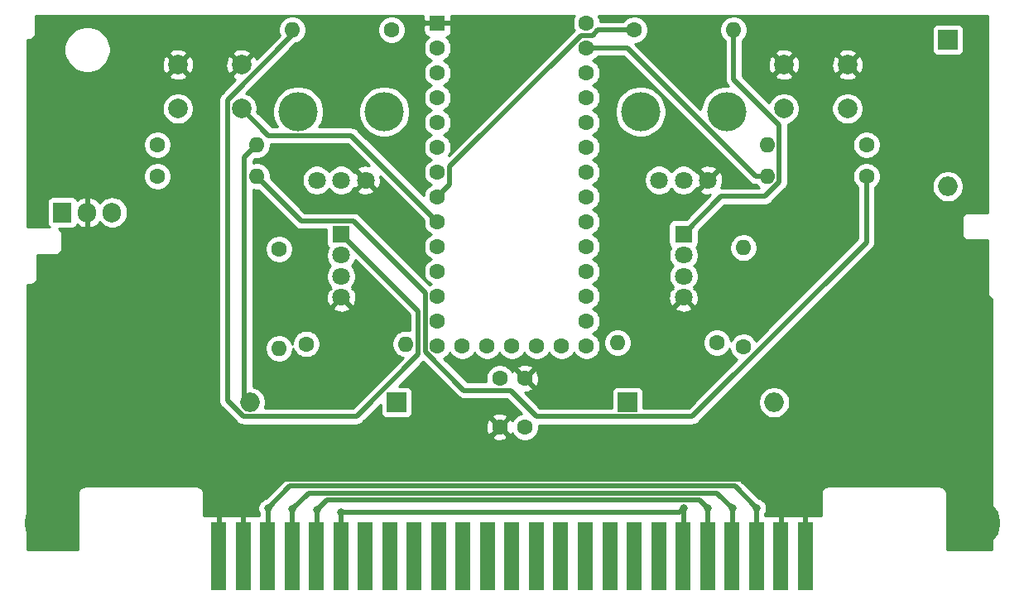
<source format=gbr>
G04 #@! TF.GenerationSoftware,KiCad,Pcbnew,(5.1.7)-1*
G04 #@! TF.CreationDate,2021-02-11T20:21:10-06:00*
G04 #@! TF.ProjectId,ConsolePedalTeensy,436f6e73-6f6c-4655-9065-64616c546565,rev?*
G04 #@! TF.SameCoordinates,Original*
G04 #@! TF.FileFunction,Copper,L2,Bot*
G04 #@! TF.FilePolarity,Positive*
%FSLAX46Y46*%
G04 Gerber Fmt 4.6, Leading zero omitted, Abs format (unit mm)*
G04 Created by KiCad (PCBNEW (5.1.7)-1) date 2021-02-11 20:21:10*
%MOMM*%
%LPD*%
G01*
G04 APERTURE LIST*
G04 #@! TA.AperFunction,ConnectorPad*
%ADD10R,1.500000X7.000000*%
G04 #@! TD*
G04 #@! TA.AperFunction,ComponentPad*
%ADD11C,5.000000*%
G04 #@! TD*
G04 #@! TA.AperFunction,ComponentPad*
%ADD12R,2.000000X2.000000*%
G04 #@! TD*
G04 #@! TA.AperFunction,ComponentPad*
%ADD13O,2.000000X2.000000*%
G04 #@! TD*
G04 #@! TA.AperFunction,ComponentPad*
%ADD14C,1.600000*%
G04 #@! TD*
G04 #@! TA.AperFunction,ComponentPad*
%ADD15R,1.800000X1.800000*%
G04 #@! TD*
G04 #@! TA.AperFunction,ComponentPad*
%ADD16C,1.800000*%
G04 #@! TD*
G04 #@! TA.AperFunction,ComponentPad*
%ADD17O,1.600000X1.600000*%
G04 #@! TD*
G04 #@! TA.AperFunction,WasherPad*
%ADD18C,4.000000*%
G04 #@! TD*
G04 #@! TA.AperFunction,ComponentPad*
%ADD19C,2.000000*%
G04 #@! TD*
G04 #@! TA.AperFunction,ComponentPad*
%ADD20R,1.600000X1.600000*%
G04 #@! TD*
G04 #@! TA.AperFunction,ComponentPad*
%ADD21R,1.905000X2.000000*%
G04 #@! TD*
G04 #@! TA.AperFunction,ComponentPad*
%ADD22O,1.905000X2.000000*%
G04 #@! TD*
G04 #@! TA.AperFunction,ViaPad*
%ADD23C,0.800000*%
G04 #@! TD*
G04 #@! TA.AperFunction,Conductor*
%ADD24C,0.500000*%
G04 #@! TD*
G04 #@! TA.AperFunction,Conductor*
%ADD25C,0.254000*%
G04 #@! TD*
G04 #@! TA.AperFunction,Conductor*
%ADD26C,0.100000*%
G04 #@! TD*
G04 APERTURE END LIST*
D10*
G04 #@! TO.P,J1,26*
G04 #@! TO.N,GND*
X102715000Y-126000000D03*
G04 #@! TO.P,J1,27*
X105215000Y-126000000D03*
G04 #@! TO.P,J1,28*
G04 #@! TO.N,/Input*
X107715000Y-126000000D03*
G04 #@! TO.P,J1,29*
G04 #@! TO.N,/Output*
X110215000Y-126000000D03*
G04 #@! TO.P,J1,30*
G04 #@! TO.N,+9V*
X112715000Y-126000000D03*
G04 #@! TO.P,J1,31*
G04 #@! TO.N,/LEDPower*
X115215000Y-126000000D03*
G04 #@! TO.P,J1,32*
G04 #@! TO.N,N/C*
X117715000Y-126000000D03*
G04 #@! TO.P,J1,33*
X120215000Y-126000000D03*
G04 #@! TO.P,J1,34*
X122715000Y-126000000D03*
G04 #@! TO.P,J1,35*
X125215000Y-126000000D03*
G04 #@! TO.P,J1,36*
X127715000Y-126000000D03*
G04 #@! TO.P,J1,37*
X130215000Y-126000000D03*
G04 #@! TO.P,J1,38*
X132715000Y-126000000D03*
G04 #@! TO.P,J1,39*
X135215000Y-126000000D03*
G04 #@! TO.P,J1,40*
X137715000Y-126000000D03*
G04 #@! TO.P,J1,41*
X140215000Y-126000000D03*
G04 #@! TO.P,J1,42*
X142715000Y-126000000D03*
G04 #@! TO.P,J1,43*
X145215000Y-126000000D03*
G04 #@! TO.P,J1,44*
X147715000Y-126000000D03*
G04 #@! TO.P,J1,45*
G04 #@! TO.N,/LEDPower*
X150215000Y-126000000D03*
G04 #@! TO.P,J1,46*
G04 #@! TO.N,+9V*
X152715000Y-126000000D03*
G04 #@! TO.P,J1,47*
G04 #@! TO.N,/Output*
X155215000Y-126000000D03*
G04 #@! TO.P,J1,48*
G04 #@! TO.N,/Input*
X157715000Y-126000000D03*
G04 #@! TO.P,J1,49*
G04 #@! TO.N,GND*
X160215000Y-126000000D03*
G04 #@! TO.P,J1,50*
X162715000Y-126000000D03*
G04 #@! TD*
D11*
G04 #@! TO.P,H1,1*
G04 #@! TO.N,GND*
X85350000Y-122600000D03*
G04 #@! TD*
G04 #@! TO.P,H2,1*
G04 #@! TO.N,GND*
X180150000Y-122600000D03*
G04 #@! TD*
D12*
G04 #@! TO.P,C1,1*
G04 #@! TO.N,Net-(C1-Pad1)*
X144526000Y-110236000D03*
D13*
G04 #@! TO.P,C1,2*
G04 #@! TO.N,/Output*
X159526000Y-110236000D03*
G04 #@! TD*
D14*
G04 #@! TO.P,C2,1*
G04 #@! TO.N,+9V*
X134029500Y-112776000D03*
G04 #@! TO.P,C2,2*
G04 #@! TO.N,GND*
X134029500Y-107776000D03*
G04 #@! TD*
D12*
G04 #@! TO.P,C3,1*
G04 #@! TO.N,Net-(C3-Pad1)*
X120904000Y-110236000D03*
D13*
G04 #@! TO.P,C3,2*
G04 #@! TO.N,/Input*
X105904000Y-110236000D03*
G04 #@! TD*
G04 #@! TO.P,C4,2*
G04 #@! TO.N,Net-(C4-Pad2)*
X177292000Y-88152000D03*
D12*
G04 #@! TO.P,C4,1*
G04 #@! TO.N,Net-(C4-Pad1)*
X177292000Y-73152000D03*
G04 #@! TD*
D14*
G04 #@! TO.P,C5,2*
G04 #@! TO.N,GND*
X131464000Y-112759500D03*
G04 #@! TO.P,C5,1*
G04 #@! TO.N,Net-(C5-Pad1)*
X131464000Y-107759500D03*
G04 #@! TD*
D15*
G04 #@! TO.P,D3,1*
G04 #@! TO.N,Net-(D3-Pad1)*
X115250000Y-93031500D03*
D16*
G04 #@! TO.P,D3,2*
G04 #@! TO.N,Net-(D3-Pad2)*
X115250000Y-95190500D03*
G04 #@! TO.P,D3,3*
G04 #@! TO.N,Net-(D3-Pad3)*
X115250000Y-97349500D03*
G04 #@! TO.P,D3,4*
G04 #@! TO.N,GND*
X115250000Y-99508500D03*
G04 #@! TD*
G04 #@! TO.P,D4,4*
G04 #@! TO.N,GND*
X150250000Y-99508500D03*
G04 #@! TO.P,D4,3*
G04 #@! TO.N,Net-(D4-Pad3)*
X150250000Y-97349500D03*
G04 #@! TO.P,D4,2*
G04 #@! TO.N,Net-(D4-Pad2)*
X150250000Y-95190500D03*
D15*
G04 #@! TO.P,D4,1*
G04 #@! TO.N,Net-(D4-Pad1)*
X150250000Y-93031500D03*
G04 #@! TD*
D14*
G04 #@! TO.P,R1,1*
G04 #@! TO.N,Net-(R1-Pad1)*
X120396000Y-72136000D03*
D17*
G04 #@! TO.P,R1,2*
G04 #@! TO.N,Net-(D3-Pad1)*
X110236000Y-72136000D03*
G04 #@! TD*
G04 #@! TO.P,R2,2*
G04 #@! TO.N,Net-(D3-Pad2)*
X108902500Y-104711500D03*
D14*
G04 #@! TO.P,R2,1*
G04 #@! TO.N,Net-(R2-Pad1)*
X108902500Y-94551500D03*
G04 #@! TD*
G04 #@! TO.P,R4,1*
G04 #@! TO.N,Net-(D3-Pad3)*
X111696500Y-104267000D03*
D17*
G04 #@! TO.P,R4,2*
G04 #@! TO.N,Net-(R4-Pad2)*
X121856500Y-104267000D03*
G04 #@! TD*
G04 #@! TO.P,R5,2*
G04 #@! TO.N,Net-(D4-Pad1)*
X155384500Y-72136000D03*
D14*
G04 #@! TO.P,R5,1*
G04 #@! TO.N,Net-(R5-Pad1)*
X145224500Y-72136000D03*
G04 #@! TD*
G04 #@! TO.P,R6,1*
G04 #@! TO.N,Net-(R6-Pad1)*
X156400500Y-104584500D03*
D17*
G04 #@! TO.P,R6,2*
G04 #@! TO.N,Net-(D4-Pad2)*
X156400500Y-94424500D03*
G04 #@! TD*
G04 #@! TO.P,R7,2*
G04 #@! TO.N,Net-(R7-Pad2)*
X143510000Y-104140000D03*
D14*
G04 #@! TO.P,R7,1*
G04 #@! TO.N,Net-(D4-Pad3)*
X153670000Y-104140000D03*
G04 #@! TD*
G04 #@! TO.P,R8,1*
G04 #@! TO.N,Net-(C4-Pad2)*
X96456500Y-83883500D03*
D17*
G04 #@! TO.P,R8,2*
G04 #@! TO.N,/Input*
X106616500Y-83883500D03*
G04 #@! TD*
G04 #@! TO.P,R9,2*
G04 #@! TO.N,Net-(R9-Pad2)*
X158813500Y-83883500D03*
D14*
G04 #@! TO.P,R9,1*
G04 #@! TO.N,Net-(C4-Pad1)*
X168973500Y-83883500D03*
G04 #@! TD*
G04 #@! TO.P,R10,1*
G04 #@! TO.N,Net-(C4-Pad1)*
X168973500Y-87122000D03*
D17*
G04 #@! TO.P,R10,2*
G04 #@! TO.N,Net-(C4-Pad2)*
X158813500Y-87122000D03*
G04 #@! TD*
G04 #@! TO.P,R11,2*
G04 #@! TO.N,Net-(C4-Pad1)*
X106616500Y-87122000D03*
D14*
G04 #@! TO.P,R11,1*
G04 #@! TO.N,Net-(C3-Pad1)*
X96456500Y-87122000D03*
G04 #@! TD*
D16*
G04 #@! TO.P,RV1,3*
G04 #@! TO.N,Net-(C5-Pad1)*
X112750000Y-87500000D03*
G04 #@! TO.P,RV1,2*
G04 #@! TO.N,Net-(RV1-Pad2)*
X115250000Y-87500000D03*
G04 #@! TO.P,RV1,1*
G04 #@! TO.N,GND*
X117750000Y-87500000D03*
D18*
G04 #@! TO.P,RV1,*
G04 #@! TO.N,*
X110850000Y-80500000D03*
X119650000Y-80500000D03*
G04 #@! TD*
G04 #@! TO.P,RV2,*
G04 #@! TO.N,*
X154650000Y-80500000D03*
X145850000Y-80500000D03*
D16*
G04 #@! TO.P,RV2,1*
G04 #@! TO.N,GND*
X152750000Y-87500000D03*
G04 #@! TO.P,RV2,2*
G04 #@! TO.N,Net-(RV2-Pad2)*
X150250000Y-87500000D03*
G04 #@! TO.P,RV2,3*
G04 #@! TO.N,Net-(C5-Pad1)*
X147750000Y-87500000D03*
G04 #@! TD*
D19*
G04 #@! TO.P,SW1,2*
G04 #@! TO.N,Net-(SW1-Pad2)*
X98552000Y-80192000D03*
G04 #@! TO.P,SW1,1*
G04 #@! TO.N,GND*
X98552000Y-75692000D03*
G04 #@! TO.P,SW1,2*
G04 #@! TO.N,Net-(SW1-Pad2)*
X105052000Y-80192000D03*
G04 #@! TO.P,SW1,1*
G04 #@! TO.N,GND*
X105052000Y-75692000D03*
G04 #@! TD*
G04 #@! TO.P,SW2,1*
G04 #@! TO.N,GND*
X167028000Y-75692000D03*
G04 #@! TO.P,SW2,2*
G04 #@! TO.N,Net-(SW2-Pad2)*
X167028000Y-80192000D03*
G04 #@! TO.P,SW2,1*
G04 #@! TO.N,GND*
X160528000Y-75692000D03*
G04 #@! TO.P,SW2,2*
G04 #@! TO.N,Net-(SW2-Pad2)*
X160528000Y-80192000D03*
G04 #@! TD*
D14*
G04 #@! TO.P,U1,17*
G04 #@! TO.N,N/C*
X132715000Y-104457500D03*
G04 #@! TO.P,U1,18*
X135255000Y-104457500D03*
G04 #@! TO.P,U1,19*
G04 #@! TO.N,Net-(C1-Pad1)*
X137795000Y-104457500D03*
G04 #@! TO.P,U1,20*
G04 #@! TO.N,N/C*
X140335000Y-104457500D03*
G04 #@! TO.P,U1,16*
X130175000Y-104457500D03*
G04 #@! TO.P,U1,15*
X127635000Y-104457500D03*
G04 #@! TO.P,U1,14*
X125095000Y-104457500D03*
G04 #@! TO.P,U1,21*
X140335000Y-101917500D03*
G04 #@! TO.P,U1,22*
X140335000Y-99377500D03*
G04 #@! TO.P,U1,23*
X140335000Y-96837500D03*
G04 #@! TO.P,U1,24*
G04 #@! TO.N,Net-(RV2-Pad2)*
X140335000Y-94297500D03*
G04 #@! TO.P,U1,25*
G04 #@! TO.N,N/C*
X140335000Y-91757500D03*
G04 #@! TO.P,U1,26*
G04 #@! TO.N,Net-(RV1-Pad2)*
X140335000Y-89217500D03*
G04 #@! TO.P,U1,27*
G04 #@! TO.N,N/C*
X140335000Y-86677500D03*
G04 #@! TO.P,U1,28*
X140335000Y-84137500D03*
G04 #@! TO.P,U1,29*
X140335000Y-81597500D03*
G04 #@! TO.P,U1,30*
X140335000Y-79057500D03*
G04 #@! TO.P,U1,31*
G04 #@! TO.N,Net-(R9-Pad2)*
X140335000Y-76517500D03*
G04 #@! TO.P,U1,32*
G04 #@! TO.N,Net-(C4-Pad2)*
X140335000Y-73977500D03*
G04 #@! TO.P,U1,33*
G04 #@! TO.N,Net-(C5-Pad1)*
X140335000Y-71437500D03*
G04 #@! TO.P,U1,13*
G04 #@! TO.N,N/C*
X125095000Y-101917500D03*
G04 #@! TO.P,U1,12*
G04 #@! TO.N,Net-(R7-Pad2)*
X125095000Y-99377500D03*
G04 #@! TO.P,U1,11*
G04 #@! TO.N,Net-(R6-Pad1)*
X125095000Y-96837500D03*
G04 #@! TO.P,U1,10*
G04 #@! TO.N,Net-(SW2-Pad2)*
X125095000Y-94297500D03*
G04 #@! TO.P,U1,9*
G04 #@! TO.N,Net-(SW1-Pad2)*
X125095000Y-91757500D03*
G04 #@! TO.P,U1,8*
G04 #@! TO.N,Net-(R5-Pad1)*
X125095000Y-89217500D03*
G04 #@! TO.P,U1,7*
G04 #@! TO.N,Net-(R4-Pad2)*
X125095000Y-86677500D03*
G04 #@! TO.P,U1,6*
G04 #@! TO.N,Net-(R2-Pad1)*
X125095000Y-84137500D03*
G04 #@! TO.P,U1,5*
G04 #@! TO.N,Net-(R1-Pad1)*
X125095000Y-81597500D03*
G04 #@! TO.P,U1,4*
G04 #@! TO.N,N/C*
X125095000Y-79057500D03*
G04 #@! TO.P,U1,3*
X125095000Y-76517500D03*
G04 #@! TO.P,U1,2*
X125095000Y-73977500D03*
D20*
G04 #@! TO.P,U1,1*
G04 #@! TO.N,GND*
X125095000Y-71437500D03*
G04 #@! TD*
D21*
G04 #@! TO.P,U2,1*
G04 #@! TO.N,+9V*
X86741000Y-90805000D03*
D22*
G04 #@! TO.P,U2,2*
G04 #@! TO.N,GND*
X89281000Y-90805000D03*
G04 #@! TO.P,U2,3*
G04 #@! TO.N,Net-(C5-Pad1)*
X91821000Y-90805000D03*
G04 #@! TD*
D23*
G04 #@! TO.N,GND*
X105250000Y-120979000D03*
X160250000Y-120988000D03*
X102750000Y-121038000D03*
X162750000Y-120967000D03*
X107315000Y-90170000D03*
X120015000Y-100330000D03*
X120015000Y-92710000D03*
G04 #@! TO.N,/LEDPower*
X115250000Y-121454000D03*
X150250000Y-121073000D03*
G04 #@! TO.N,/Input*
X107750000Y-121066000D03*
X157750000Y-121066000D03*
G04 #@! TO.N,/Output*
X110250000Y-121195000D03*
X155250000Y-121068000D03*
G04 #@! TO.N,+9V*
X112750000Y-121235000D03*
X152750000Y-121108000D03*
G04 #@! TD*
D24*
G04 #@! TO.N,GND*
X105250000Y-126000000D02*
X105250000Y-120979000D01*
X160250000Y-126000000D02*
X160250000Y-120988000D01*
X157384969Y-118122969D02*
X160250000Y-120988000D01*
X108106031Y-118122969D02*
X157384969Y-118122969D01*
X105250000Y-120979000D02*
X108106031Y-118122969D01*
X102750000Y-126000000D02*
X102750000Y-121038000D01*
X162750000Y-120967000D02*
X162750000Y-126000000D01*
X162729000Y-120988000D02*
X162750000Y-120967000D01*
X160250000Y-120988000D02*
X162729000Y-120988000D01*
X105191000Y-121038000D02*
X105250000Y-120979000D01*
X102750000Y-121038000D02*
X105191000Y-121038000D01*
G04 #@! TO.N,/LEDPower*
X115250000Y-126000000D02*
X115250000Y-121454000D01*
X150250000Y-121073000D02*
X150250000Y-126000000D01*
X149869000Y-121454000D02*
X150250000Y-121073000D01*
X115250000Y-121454000D02*
X149869000Y-121454000D01*
G04 #@! TO.N,/Input*
X107750000Y-121066000D02*
X107750000Y-126000000D01*
X157750000Y-121066000D02*
X157750000Y-126000000D01*
X155506979Y-118822979D02*
X157750000Y-121066000D01*
X109993021Y-118822979D02*
X155506979Y-118822979D01*
X107750000Y-121066000D02*
X109993021Y-118822979D01*
X105366499Y-109698499D02*
X105904000Y-110236000D01*
X105366499Y-85133501D02*
X105366499Y-109698499D01*
X106616500Y-83883500D02*
X105366499Y-85133501D01*
G04 #@! TO.N,/Output*
X110250000Y-121195000D02*
X110250000Y-126000000D01*
X155250000Y-121068000D02*
X155250000Y-126000000D01*
X153704989Y-119522989D02*
X155250000Y-121068000D01*
X111922011Y-119522989D02*
X153704989Y-119522989D01*
X110250000Y-121195000D02*
X111922011Y-119522989D01*
G04 #@! TO.N,+9V*
X112750000Y-121235000D02*
X112750000Y-126000000D01*
X152750000Y-121108000D02*
X152750000Y-126000000D01*
X151864999Y-120222999D02*
X152750000Y-121108000D01*
X113762001Y-120222999D02*
X151864999Y-120222999D01*
X112750000Y-121235000D02*
X113762001Y-120222999D01*
G04 #@! TO.N,Net-(C4-Pad1)*
X151149001Y-111686001D02*
X168973500Y-93861502D01*
X135233042Y-111686001D02*
X151149001Y-111686001D01*
X132556542Y-109009501D02*
X135233042Y-111686001D01*
X127796999Y-109009501D02*
X132556542Y-109009501D01*
X123844999Y-105057501D02*
X127796999Y-109009501D01*
X168973500Y-93861502D02*
X168973500Y-87122000D01*
X123844999Y-99016497D02*
X123844999Y-105057501D01*
X116510001Y-91681499D02*
X123844999Y-99016497D01*
X111175999Y-91681499D02*
X116510001Y-91681499D01*
X106616500Y-87122000D02*
X111175999Y-91681499D01*
G04 #@! TO.N,Net-(C4-Pad2)*
X144501498Y-73977500D02*
X140335000Y-73977500D01*
X157645998Y-87122000D02*
X144501498Y-73977500D01*
X158813500Y-87122000D02*
X157645998Y-87122000D01*
G04 #@! TO.N,Net-(D3-Pad1)*
X110236000Y-72654002D02*
X110236000Y-72136000D01*
X103601999Y-79288003D02*
X110236000Y-72654002D01*
X103601999Y-110080001D02*
X103601999Y-79288003D01*
X105207999Y-111686001D02*
X103601999Y-110080001D01*
X116806442Y-111686001D02*
X105207999Y-111686001D01*
X123144989Y-105347454D02*
X116806442Y-111686001D01*
X123144989Y-100926489D02*
X123144989Y-105347454D01*
X115250000Y-93031500D02*
X123144989Y-100926489D01*
G04 #@! TO.N,Net-(D4-Pad1)*
X155384500Y-77194502D02*
X155384500Y-72136000D01*
X160063501Y-81873503D02*
X155384500Y-77194502D01*
X160063501Y-87722001D02*
X160063501Y-81873503D01*
X158604003Y-89181499D02*
X160063501Y-87722001D01*
X154100001Y-89181499D02*
X158604003Y-89181499D01*
X150250000Y-93031500D02*
X154100001Y-89181499D01*
G04 #@! TO.N,Net-(R5-Pad1)*
X139774997Y-72687501D02*
X126345001Y-86117497D01*
X126345001Y-87967499D02*
X125095000Y-89217500D01*
X126345001Y-86117497D02*
X126345001Y-87967499D01*
X140935001Y-72687501D02*
X139774997Y-72687501D01*
X141486502Y-72136000D02*
X140935001Y-72687501D01*
X145224500Y-72136000D02*
X141486502Y-72136000D01*
G04 #@! TO.N,Net-(SW1-Pad2)*
X116287501Y-82950001D02*
X125095000Y-91757500D01*
X107810001Y-82950001D02*
X116287501Y-82950001D01*
X105052000Y-80192000D02*
X107810001Y-82950001D01*
G04 #@! TD*
D25*
G04 #@! TO.N,GND*
X123660000Y-71151750D02*
X123818750Y-71310500D01*
X124968000Y-71310500D01*
X124968000Y-71290500D01*
X125222000Y-71290500D01*
X125222000Y-71310500D01*
X126371250Y-71310500D01*
X126530000Y-71151750D01*
X126532836Y-70677000D01*
X139126911Y-70677000D01*
X139070409Y-70761562D01*
X138962838Y-71021259D01*
X138908000Y-71296953D01*
X138908000Y-71578047D01*
X138962838Y-71853741D01*
X139070409Y-72113438D01*
X139085784Y-72136449D01*
X126260512Y-84961721D01*
X126359591Y-84813438D01*
X126467162Y-84553741D01*
X126522000Y-84278047D01*
X126522000Y-83996953D01*
X126467162Y-83721259D01*
X126359591Y-83461562D01*
X126203424Y-83227840D01*
X126004660Y-83029076D01*
X125770938Y-82872909D01*
X125757880Y-82867500D01*
X125770938Y-82862091D01*
X126004660Y-82705924D01*
X126203424Y-82507160D01*
X126359591Y-82273438D01*
X126467162Y-82013741D01*
X126522000Y-81738047D01*
X126522000Y-81456953D01*
X126467162Y-81181259D01*
X126359591Y-80921562D01*
X126203424Y-80687840D01*
X126004660Y-80489076D01*
X125770938Y-80332909D01*
X125757880Y-80327500D01*
X125770938Y-80322091D01*
X126004660Y-80165924D01*
X126203424Y-79967160D01*
X126359591Y-79733438D01*
X126467162Y-79473741D01*
X126522000Y-79198047D01*
X126522000Y-78916953D01*
X126467162Y-78641259D01*
X126359591Y-78381562D01*
X126203424Y-78147840D01*
X126004660Y-77949076D01*
X125770938Y-77792909D01*
X125757880Y-77787500D01*
X125770938Y-77782091D01*
X126004660Y-77625924D01*
X126203424Y-77427160D01*
X126359591Y-77193438D01*
X126467162Y-76933741D01*
X126522000Y-76658047D01*
X126522000Y-76376953D01*
X126467162Y-76101259D01*
X126359591Y-75841562D01*
X126203424Y-75607840D01*
X126004660Y-75409076D01*
X125770938Y-75252909D01*
X125757880Y-75247500D01*
X125770938Y-75242091D01*
X126004660Y-75085924D01*
X126203424Y-74887160D01*
X126359591Y-74653438D01*
X126467162Y-74393741D01*
X126522000Y-74118047D01*
X126522000Y-73836953D01*
X126467162Y-73561259D01*
X126359591Y-73301562D01*
X126203424Y-73067840D01*
X126004660Y-72869076D01*
X125999046Y-72865325D01*
X126019482Y-72863312D01*
X126139180Y-72827002D01*
X126249494Y-72768037D01*
X126346185Y-72688685D01*
X126425537Y-72591994D01*
X126484502Y-72481680D01*
X126520812Y-72361982D01*
X126533072Y-72237500D01*
X126530000Y-71723250D01*
X126371250Y-71564500D01*
X125222000Y-71564500D01*
X125222000Y-71584500D01*
X124968000Y-71584500D01*
X124968000Y-71564500D01*
X123818750Y-71564500D01*
X123660000Y-71723250D01*
X123656928Y-72237500D01*
X123669188Y-72361982D01*
X123705498Y-72481680D01*
X123764463Y-72591994D01*
X123843815Y-72688685D01*
X123940506Y-72768037D01*
X124050820Y-72827002D01*
X124170518Y-72863312D01*
X124190954Y-72865325D01*
X124185340Y-72869076D01*
X123986576Y-73067840D01*
X123830409Y-73301562D01*
X123722838Y-73561259D01*
X123668000Y-73836953D01*
X123668000Y-74118047D01*
X123722838Y-74393741D01*
X123830409Y-74653438D01*
X123986576Y-74887160D01*
X124185340Y-75085924D01*
X124419062Y-75242091D01*
X124432120Y-75247500D01*
X124419062Y-75252909D01*
X124185340Y-75409076D01*
X123986576Y-75607840D01*
X123830409Y-75841562D01*
X123722838Y-76101259D01*
X123668000Y-76376953D01*
X123668000Y-76658047D01*
X123722838Y-76933741D01*
X123830409Y-77193438D01*
X123986576Y-77427160D01*
X124185340Y-77625924D01*
X124419062Y-77782091D01*
X124432120Y-77787500D01*
X124419062Y-77792909D01*
X124185340Y-77949076D01*
X123986576Y-78147840D01*
X123830409Y-78381562D01*
X123722838Y-78641259D01*
X123668000Y-78916953D01*
X123668000Y-79198047D01*
X123722838Y-79473741D01*
X123830409Y-79733438D01*
X123986576Y-79967160D01*
X124185340Y-80165924D01*
X124419062Y-80322091D01*
X124432120Y-80327500D01*
X124419062Y-80332909D01*
X124185340Y-80489076D01*
X123986576Y-80687840D01*
X123830409Y-80921562D01*
X123722838Y-81181259D01*
X123668000Y-81456953D01*
X123668000Y-81738047D01*
X123722838Y-82013741D01*
X123830409Y-82273438D01*
X123986576Y-82507160D01*
X124185340Y-82705924D01*
X124419062Y-82862091D01*
X124432120Y-82867500D01*
X124419062Y-82872909D01*
X124185340Y-83029076D01*
X123986576Y-83227840D01*
X123830409Y-83461562D01*
X123722838Y-83721259D01*
X123668000Y-83996953D01*
X123668000Y-84278047D01*
X123722838Y-84553741D01*
X123830409Y-84813438D01*
X123986576Y-85047160D01*
X124185340Y-85245924D01*
X124419062Y-85402091D01*
X124432120Y-85407500D01*
X124419062Y-85412909D01*
X124185340Y-85569076D01*
X123986576Y-85767840D01*
X123830409Y-86001562D01*
X123722838Y-86261259D01*
X123668000Y-86536953D01*
X123668000Y-86818047D01*
X123722838Y-87093741D01*
X123830409Y-87353438D01*
X123986576Y-87587160D01*
X124185340Y-87785924D01*
X124419062Y-87942091D01*
X124432120Y-87947500D01*
X124419062Y-87952909D01*
X124185340Y-88109076D01*
X123986576Y-88307840D01*
X123830409Y-88541562D01*
X123722838Y-88801259D01*
X123668000Y-89076953D01*
X123668000Y-89090235D01*
X116938098Y-82360333D01*
X116910634Y-82326868D01*
X116777093Y-82217274D01*
X116624738Y-82135839D01*
X116459423Y-82085691D01*
X116330580Y-82073001D01*
X116287501Y-82068758D01*
X116244422Y-82073001D01*
X112958420Y-82073001D01*
X113178017Y-81744351D01*
X113376046Y-81266268D01*
X113477000Y-80758737D01*
X113477000Y-80241263D01*
X117023000Y-80241263D01*
X117023000Y-80758737D01*
X117123954Y-81266268D01*
X117321983Y-81744351D01*
X117609476Y-82174615D01*
X117975385Y-82540524D01*
X118405649Y-82828017D01*
X118883732Y-83026046D01*
X119391263Y-83127000D01*
X119908737Y-83127000D01*
X120416268Y-83026046D01*
X120894351Y-82828017D01*
X121324615Y-82540524D01*
X121690524Y-82174615D01*
X121978017Y-81744351D01*
X122176046Y-81266268D01*
X122277000Y-80758737D01*
X122277000Y-80241263D01*
X122176046Y-79733732D01*
X121978017Y-79255649D01*
X121690524Y-78825385D01*
X121324615Y-78459476D01*
X120894351Y-78171983D01*
X120416268Y-77973954D01*
X119908737Y-77873000D01*
X119391263Y-77873000D01*
X118883732Y-77973954D01*
X118405649Y-78171983D01*
X117975385Y-78459476D01*
X117609476Y-78825385D01*
X117321983Y-79255649D01*
X117123954Y-79733732D01*
X117023000Y-80241263D01*
X113477000Y-80241263D01*
X113376046Y-79733732D01*
X113178017Y-79255649D01*
X112890524Y-78825385D01*
X112524615Y-78459476D01*
X112094351Y-78171983D01*
X111616268Y-77973954D01*
X111108737Y-77873000D01*
X110591263Y-77873000D01*
X110083732Y-77973954D01*
X109605649Y-78171983D01*
X109175385Y-78459476D01*
X108809476Y-78825385D01*
X108521983Y-79255649D01*
X108323954Y-79733732D01*
X108223000Y-80241263D01*
X108223000Y-80758737D01*
X108323954Y-81266268D01*
X108521983Y-81744351D01*
X108741580Y-82073001D01*
X108173266Y-82073001D01*
X106641423Y-80541158D01*
X106679000Y-80352245D01*
X106679000Y-80031755D01*
X106616475Y-79717422D01*
X106493828Y-79421327D01*
X106315773Y-79154848D01*
X106089152Y-78928227D01*
X105822673Y-78750172D01*
X105526578Y-78627525D01*
X105506697Y-78623570D01*
X110614622Y-73515645D01*
X110652241Y-73508162D01*
X110911938Y-73400591D01*
X111145660Y-73244424D01*
X111344424Y-73045660D01*
X111500591Y-72811938D01*
X111608162Y-72552241D01*
X111663000Y-72276547D01*
X111663000Y-71995453D01*
X118969000Y-71995453D01*
X118969000Y-72276547D01*
X119023838Y-72552241D01*
X119131409Y-72811938D01*
X119287576Y-73045660D01*
X119486340Y-73244424D01*
X119720062Y-73400591D01*
X119979759Y-73508162D01*
X120255453Y-73563000D01*
X120536547Y-73563000D01*
X120812241Y-73508162D01*
X121071938Y-73400591D01*
X121305660Y-73244424D01*
X121504424Y-73045660D01*
X121660591Y-72811938D01*
X121768162Y-72552241D01*
X121823000Y-72276547D01*
X121823000Y-71995453D01*
X121768162Y-71719759D01*
X121660591Y-71460062D01*
X121504424Y-71226340D01*
X121305660Y-71027576D01*
X121071938Y-70871409D01*
X120812241Y-70763838D01*
X120536547Y-70709000D01*
X120255453Y-70709000D01*
X119979759Y-70763838D01*
X119720062Y-70871409D01*
X119486340Y-71027576D01*
X119287576Y-71226340D01*
X119131409Y-71460062D01*
X119023838Y-71719759D01*
X118969000Y-71995453D01*
X111663000Y-71995453D01*
X111608162Y-71719759D01*
X111500591Y-71460062D01*
X111344424Y-71226340D01*
X111145660Y-71027576D01*
X110911938Y-70871409D01*
X110652241Y-70763838D01*
X110376547Y-70709000D01*
X110095453Y-70709000D01*
X109819759Y-70763838D01*
X109560062Y-70871409D01*
X109326340Y-71027576D01*
X109127576Y-71226340D01*
X108971409Y-71460062D01*
X108863838Y-71719759D01*
X108809000Y-71995453D01*
X108809000Y-72276547D01*
X108863838Y-72552241D01*
X108932275Y-72717462D01*
X106570223Y-75079514D01*
X106544795Y-75005912D01*
X106451814Y-74831956D01*
X106187413Y-74736192D01*
X105231605Y-75692000D01*
X105245748Y-75706143D01*
X105066143Y-75885748D01*
X105052000Y-75871605D01*
X104096192Y-76827413D01*
X104191956Y-77091814D01*
X104438154Y-77211583D01*
X103012326Y-78637411D01*
X102978867Y-78664870D01*
X102951408Y-78698329D01*
X102951405Y-78698332D01*
X102869273Y-78798411D01*
X102787837Y-78950767D01*
X102737689Y-79116081D01*
X102720756Y-79288003D01*
X102725000Y-79331093D01*
X102724999Y-110036921D01*
X102720756Y-110080001D01*
X102724999Y-110123079D01*
X102737689Y-110251922D01*
X102787837Y-110417237D01*
X102869272Y-110569592D01*
X102978866Y-110703134D01*
X103012331Y-110730598D01*
X104557407Y-112275675D01*
X104584866Y-112309134D01*
X104718407Y-112418728D01*
X104870762Y-112500163D01*
X105036076Y-112550311D01*
X105207999Y-112567244D01*
X105251078Y-112563001D01*
X116763363Y-112563001D01*
X116806442Y-112567244D01*
X116849521Y-112563001D01*
X116978364Y-112550311D01*
X117143679Y-112500163D01*
X117296034Y-112418728D01*
X117429575Y-112309134D01*
X117457039Y-112275669D01*
X119273967Y-110458741D01*
X119273967Y-111236000D01*
X119286073Y-111358913D01*
X119321925Y-111477103D01*
X119380147Y-111586028D01*
X119458499Y-111681501D01*
X119553972Y-111759853D01*
X119662897Y-111818075D01*
X119781087Y-111853927D01*
X119904000Y-111866033D01*
X121904000Y-111866033D01*
X122026913Y-111853927D01*
X122145103Y-111818075D01*
X122241034Y-111766798D01*
X130650903Y-111766798D01*
X131464000Y-112579895D01*
X132277097Y-111766798D01*
X132205514Y-111522829D01*
X131950004Y-111401929D01*
X131675816Y-111333200D01*
X131393488Y-111319283D01*
X131113870Y-111360713D01*
X130847708Y-111455897D01*
X130722486Y-111522829D01*
X130650903Y-111766798D01*
X122241034Y-111766798D01*
X122254028Y-111759853D01*
X122349501Y-111681501D01*
X122427853Y-111586028D01*
X122486075Y-111477103D01*
X122521927Y-111358913D01*
X122534033Y-111236000D01*
X122534033Y-109236000D01*
X122521927Y-109113087D01*
X122486075Y-108994897D01*
X122427853Y-108885972D01*
X122349501Y-108790499D01*
X122254028Y-108712147D01*
X122145103Y-108653925D01*
X122026913Y-108618073D01*
X121904000Y-108605967D01*
X121126742Y-108605967D01*
X123639971Y-106092738D01*
X127146407Y-109599175D01*
X127173866Y-109632634D01*
X127307407Y-109742228D01*
X127343317Y-109761422D01*
X127459762Y-109823663D01*
X127625076Y-109873811D01*
X127796999Y-109890744D01*
X127840078Y-109886501D01*
X132193277Y-109886501D01*
X133694462Y-111387686D01*
X133613259Y-111403838D01*
X133353562Y-111511409D01*
X133119840Y-111667576D01*
X132921076Y-111866340D01*
X132764909Y-112100062D01*
X132756016Y-112121531D01*
X132700671Y-112017986D01*
X132456702Y-111946403D01*
X131643605Y-112759500D01*
X132456702Y-113572597D01*
X132700671Y-113501014D01*
X132745763Y-113405716D01*
X132764909Y-113451938D01*
X132921076Y-113685660D01*
X133119840Y-113884424D01*
X133353562Y-114040591D01*
X133613259Y-114148162D01*
X133888953Y-114203000D01*
X134170047Y-114203000D01*
X134445741Y-114148162D01*
X134705438Y-114040591D01*
X134939160Y-113884424D01*
X135137924Y-113685660D01*
X135294091Y-113451938D01*
X135401662Y-113192241D01*
X135456500Y-112916547D01*
X135456500Y-112635453D01*
X135442089Y-112563001D01*
X151105922Y-112563001D01*
X151149001Y-112567244D01*
X151192080Y-112563001D01*
X151320923Y-112550311D01*
X151486238Y-112500163D01*
X151638593Y-112418728D01*
X151772134Y-112309134D01*
X151799598Y-112275669D01*
X153999512Y-110075755D01*
X157899000Y-110075755D01*
X157899000Y-110396245D01*
X157961525Y-110710578D01*
X158084172Y-111006673D01*
X158262227Y-111273152D01*
X158488848Y-111499773D01*
X158755327Y-111677828D01*
X159051422Y-111800475D01*
X159365755Y-111863000D01*
X159686245Y-111863000D01*
X160000578Y-111800475D01*
X160296673Y-111677828D01*
X160563152Y-111499773D01*
X160789773Y-111273152D01*
X160967828Y-111006673D01*
X161090475Y-110710578D01*
X161153000Y-110396245D01*
X161153000Y-110075755D01*
X161090475Y-109761422D01*
X160967828Y-109465327D01*
X160789773Y-109198848D01*
X160563152Y-108972227D01*
X160296673Y-108794172D01*
X160000578Y-108671525D01*
X159686245Y-108609000D01*
X159365755Y-108609000D01*
X159051422Y-108671525D01*
X158755327Y-108794172D01*
X158488848Y-108972227D01*
X158262227Y-109198848D01*
X158084172Y-109465327D01*
X157961525Y-109761422D01*
X157899000Y-110075755D01*
X153999512Y-110075755D01*
X169563169Y-94512098D01*
X169596633Y-94484635D01*
X169706227Y-94351094D01*
X169787662Y-94198739D01*
X169837810Y-94033424D01*
X169850500Y-93904581D01*
X169850500Y-93904572D01*
X169854742Y-93861503D01*
X169850500Y-93818433D01*
X169850500Y-88252247D01*
X169883160Y-88230424D01*
X170081924Y-88031660D01*
X170108587Y-87991755D01*
X175665000Y-87991755D01*
X175665000Y-88312245D01*
X175727525Y-88626578D01*
X175850172Y-88922673D01*
X176028227Y-89189152D01*
X176254848Y-89415773D01*
X176521327Y-89593828D01*
X176817422Y-89716475D01*
X177131755Y-89779000D01*
X177452245Y-89779000D01*
X177766578Y-89716475D01*
X178062673Y-89593828D01*
X178329152Y-89415773D01*
X178555773Y-89189152D01*
X178733828Y-88922673D01*
X178856475Y-88626578D01*
X178919000Y-88312245D01*
X178919000Y-87991755D01*
X178856475Y-87677422D01*
X178733828Y-87381327D01*
X178555773Y-87114848D01*
X178329152Y-86888227D01*
X178062673Y-86710172D01*
X177766578Y-86587525D01*
X177452245Y-86525000D01*
X177131755Y-86525000D01*
X176817422Y-86587525D01*
X176521327Y-86710172D01*
X176254848Y-86888227D01*
X176028227Y-87114848D01*
X175850172Y-87381327D01*
X175727525Y-87677422D01*
X175665000Y-87991755D01*
X170108587Y-87991755D01*
X170238091Y-87797938D01*
X170345662Y-87538241D01*
X170400500Y-87262547D01*
X170400500Y-86981453D01*
X170345662Y-86705759D01*
X170238091Y-86446062D01*
X170081924Y-86212340D01*
X169883160Y-86013576D01*
X169649438Y-85857409D01*
X169389741Y-85749838D01*
X169114047Y-85695000D01*
X168832953Y-85695000D01*
X168557259Y-85749838D01*
X168297562Y-85857409D01*
X168063840Y-86013576D01*
X167865076Y-86212340D01*
X167708909Y-86446062D01*
X167601338Y-86705759D01*
X167546500Y-86981453D01*
X167546500Y-87262547D01*
X167601338Y-87538241D01*
X167708909Y-87797938D01*
X167865076Y-88031660D01*
X168063840Y-88230424D01*
X168096501Y-88252247D01*
X168096500Y-93498237D01*
X157671266Y-103923471D01*
X157665091Y-103908562D01*
X157508924Y-103674840D01*
X157310160Y-103476076D01*
X157076438Y-103319909D01*
X156816741Y-103212338D01*
X156541047Y-103157500D01*
X156259953Y-103157500D01*
X155984259Y-103212338D01*
X155724562Y-103319909D01*
X155490840Y-103476076D01*
X155292076Y-103674840D01*
X155135909Y-103908562D01*
X155097000Y-104002496D01*
X155097000Y-103999453D01*
X155042162Y-103723759D01*
X154934591Y-103464062D01*
X154778424Y-103230340D01*
X154579660Y-103031576D01*
X154345938Y-102875409D01*
X154086241Y-102767838D01*
X153810547Y-102713000D01*
X153529453Y-102713000D01*
X153253759Y-102767838D01*
X152994062Y-102875409D01*
X152760340Y-103031576D01*
X152561576Y-103230340D01*
X152405409Y-103464062D01*
X152297838Y-103723759D01*
X152243000Y-103999453D01*
X152243000Y-104280547D01*
X152297838Y-104556241D01*
X152405409Y-104815938D01*
X152561576Y-105049660D01*
X152760340Y-105248424D01*
X152994062Y-105404591D01*
X153253759Y-105512162D01*
X153529453Y-105567000D01*
X153810547Y-105567000D01*
X154086241Y-105512162D01*
X154345938Y-105404591D01*
X154579660Y-105248424D01*
X154778424Y-105049660D01*
X154934591Y-104815938D01*
X154973500Y-104722004D01*
X154973500Y-104725047D01*
X155028338Y-105000741D01*
X155135909Y-105260438D01*
X155292076Y-105494160D01*
X155490840Y-105692924D01*
X155724562Y-105849091D01*
X155739471Y-105855266D01*
X150785736Y-110809001D01*
X146156033Y-110809001D01*
X146156033Y-109236000D01*
X146143927Y-109113087D01*
X146108075Y-108994897D01*
X146049853Y-108885972D01*
X145971501Y-108790499D01*
X145876028Y-108712147D01*
X145767103Y-108653925D01*
X145648913Y-108618073D01*
X145526000Y-108605967D01*
X143526000Y-108605967D01*
X143403087Y-108618073D01*
X143284897Y-108653925D01*
X143175972Y-108712147D01*
X143080499Y-108790499D01*
X143002147Y-108885972D01*
X142943925Y-108994897D01*
X142908073Y-109113087D01*
X142895967Y-109236000D01*
X142895967Y-110809001D01*
X135596307Y-110809001D01*
X133998520Y-109211214D01*
X134100012Y-109216217D01*
X134379630Y-109174787D01*
X134645792Y-109079603D01*
X134771014Y-109012671D01*
X134842597Y-108768702D01*
X134029500Y-107955605D01*
X134015358Y-107969748D01*
X133835753Y-107790143D01*
X133849895Y-107776000D01*
X134209105Y-107776000D01*
X135022202Y-108589097D01*
X135266171Y-108517514D01*
X135387071Y-108262004D01*
X135455800Y-107987816D01*
X135469717Y-107705488D01*
X135428287Y-107425870D01*
X135333103Y-107159708D01*
X135266171Y-107034486D01*
X135022202Y-106962903D01*
X134209105Y-107776000D01*
X133849895Y-107776000D01*
X133036798Y-106962903D01*
X132792829Y-107034486D01*
X132747737Y-107129784D01*
X132728591Y-107083562D01*
X132572424Y-106849840D01*
X132505882Y-106783298D01*
X133216403Y-106783298D01*
X134029500Y-107596395D01*
X134842597Y-106783298D01*
X134771014Y-106539329D01*
X134515504Y-106418429D01*
X134241316Y-106349700D01*
X133958988Y-106335783D01*
X133679370Y-106377213D01*
X133413208Y-106472397D01*
X133287986Y-106539329D01*
X133216403Y-106783298D01*
X132505882Y-106783298D01*
X132373660Y-106651076D01*
X132139938Y-106494909D01*
X131880241Y-106387338D01*
X131604547Y-106332500D01*
X131323453Y-106332500D01*
X131047759Y-106387338D01*
X130788062Y-106494909D01*
X130554340Y-106651076D01*
X130355576Y-106849840D01*
X130199409Y-107083562D01*
X130091838Y-107343259D01*
X130037000Y-107618953D01*
X130037000Y-107900047D01*
X130083237Y-108132501D01*
X128160265Y-108132501D01*
X125756030Y-105728266D01*
X125770938Y-105722091D01*
X126004660Y-105565924D01*
X126203424Y-105367160D01*
X126359591Y-105133438D01*
X126365000Y-105120380D01*
X126370409Y-105133438D01*
X126526576Y-105367160D01*
X126725340Y-105565924D01*
X126959062Y-105722091D01*
X127218759Y-105829662D01*
X127494453Y-105884500D01*
X127775547Y-105884500D01*
X128051241Y-105829662D01*
X128310938Y-105722091D01*
X128544660Y-105565924D01*
X128743424Y-105367160D01*
X128899591Y-105133438D01*
X128905000Y-105120380D01*
X128910409Y-105133438D01*
X129066576Y-105367160D01*
X129265340Y-105565924D01*
X129499062Y-105722091D01*
X129758759Y-105829662D01*
X130034453Y-105884500D01*
X130315547Y-105884500D01*
X130591241Y-105829662D01*
X130850938Y-105722091D01*
X131084660Y-105565924D01*
X131283424Y-105367160D01*
X131439591Y-105133438D01*
X131445000Y-105120380D01*
X131450409Y-105133438D01*
X131606576Y-105367160D01*
X131805340Y-105565924D01*
X132039062Y-105722091D01*
X132298759Y-105829662D01*
X132574453Y-105884500D01*
X132855547Y-105884500D01*
X133131241Y-105829662D01*
X133390938Y-105722091D01*
X133624660Y-105565924D01*
X133823424Y-105367160D01*
X133979591Y-105133438D01*
X133985000Y-105120380D01*
X133990409Y-105133438D01*
X134146576Y-105367160D01*
X134345340Y-105565924D01*
X134579062Y-105722091D01*
X134838759Y-105829662D01*
X135114453Y-105884500D01*
X135395547Y-105884500D01*
X135671241Y-105829662D01*
X135930938Y-105722091D01*
X136164660Y-105565924D01*
X136363424Y-105367160D01*
X136519591Y-105133438D01*
X136525000Y-105120380D01*
X136530409Y-105133438D01*
X136686576Y-105367160D01*
X136885340Y-105565924D01*
X137119062Y-105722091D01*
X137378759Y-105829662D01*
X137654453Y-105884500D01*
X137935547Y-105884500D01*
X138211241Y-105829662D01*
X138470938Y-105722091D01*
X138704660Y-105565924D01*
X138903424Y-105367160D01*
X139059591Y-105133438D01*
X139065000Y-105120380D01*
X139070409Y-105133438D01*
X139226576Y-105367160D01*
X139425340Y-105565924D01*
X139659062Y-105722091D01*
X139918759Y-105829662D01*
X140194453Y-105884500D01*
X140475547Y-105884500D01*
X140751241Y-105829662D01*
X141010938Y-105722091D01*
X141244660Y-105565924D01*
X141443424Y-105367160D01*
X141599591Y-105133438D01*
X141707162Y-104873741D01*
X141762000Y-104598047D01*
X141762000Y-104316953D01*
X141707162Y-104041259D01*
X141689846Y-103999453D01*
X142083000Y-103999453D01*
X142083000Y-104280547D01*
X142137838Y-104556241D01*
X142245409Y-104815938D01*
X142401576Y-105049660D01*
X142600340Y-105248424D01*
X142834062Y-105404591D01*
X143093759Y-105512162D01*
X143369453Y-105567000D01*
X143650547Y-105567000D01*
X143926241Y-105512162D01*
X144185938Y-105404591D01*
X144419660Y-105248424D01*
X144618424Y-105049660D01*
X144774591Y-104815938D01*
X144882162Y-104556241D01*
X144937000Y-104280547D01*
X144937000Y-103999453D01*
X144882162Y-103723759D01*
X144774591Y-103464062D01*
X144618424Y-103230340D01*
X144419660Y-103031576D01*
X144185938Y-102875409D01*
X143926241Y-102767838D01*
X143650547Y-102713000D01*
X143369453Y-102713000D01*
X143093759Y-102767838D01*
X142834062Y-102875409D01*
X142600340Y-103031576D01*
X142401576Y-103230340D01*
X142245409Y-103464062D01*
X142137838Y-103723759D01*
X142083000Y-103999453D01*
X141689846Y-103999453D01*
X141599591Y-103781562D01*
X141443424Y-103547840D01*
X141244660Y-103349076D01*
X141010938Y-103192909D01*
X140997880Y-103187500D01*
X141010938Y-103182091D01*
X141244660Y-103025924D01*
X141443424Y-102827160D01*
X141599591Y-102593438D01*
X141707162Y-102333741D01*
X141762000Y-102058047D01*
X141762000Y-101776953D01*
X141707162Y-101501259D01*
X141599591Y-101241562D01*
X141443424Y-101007840D01*
X141244660Y-100809076D01*
X141010938Y-100652909D01*
X140997880Y-100647500D01*
X141010938Y-100642091D01*
X141114969Y-100572580D01*
X149365525Y-100572580D01*
X149449208Y-100826761D01*
X149721775Y-100957658D01*
X150014642Y-101032865D01*
X150316553Y-101049491D01*
X150615907Y-101006897D01*
X150901199Y-100906722D01*
X151050792Y-100826761D01*
X151134475Y-100572580D01*
X150250000Y-99688105D01*
X149365525Y-100572580D01*
X141114969Y-100572580D01*
X141244660Y-100485924D01*
X141443424Y-100287160D01*
X141599591Y-100053438D01*
X141707162Y-99793741D01*
X141762000Y-99518047D01*
X141762000Y-99236953D01*
X141707162Y-98961259D01*
X141599591Y-98701562D01*
X141443424Y-98467840D01*
X141244660Y-98269076D01*
X141010938Y-98112909D01*
X140997880Y-98107500D01*
X141010938Y-98102091D01*
X141244660Y-97945924D01*
X141443424Y-97747160D01*
X141599591Y-97513438D01*
X141707162Y-97253741D01*
X141762000Y-96978047D01*
X141762000Y-96696953D01*
X141707162Y-96421259D01*
X141599591Y-96161562D01*
X141443424Y-95927840D01*
X141244660Y-95729076D01*
X141010938Y-95572909D01*
X140997880Y-95567500D01*
X141010938Y-95562091D01*
X141244660Y-95405924D01*
X141443424Y-95207160D01*
X141599591Y-94973438D01*
X141707162Y-94713741D01*
X141762000Y-94438047D01*
X141762000Y-94156953D01*
X141707162Y-93881259D01*
X141599591Y-93621562D01*
X141443424Y-93387840D01*
X141244660Y-93189076D01*
X141010938Y-93032909D01*
X140997880Y-93027500D01*
X141010938Y-93022091D01*
X141244660Y-92865924D01*
X141443424Y-92667160D01*
X141599591Y-92433438D01*
X141707162Y-92173741D01*
X141762000Y-91898047D01*
X141762000Y-91616953D01*
X141707162Y-91341259D01*
X141599591Y-91081562D01*
X141443424Y-90847840D01*
X141244660Y-90649076D01*
X141010938Y-90492909D01*
X140997880Y-90487500D01*
X141010938Y-90482091D01*
X141244660Y-90325924D01*
X141443424Y-90127160D01*
X141599591Y-89893438D01*
X141707162Y-89633741D01*
X141762000Y-89358047D01*
X141762000Y-89076953D01*
X141707162Y-88801259D01*
X141599591Y-88541562D01*
X141443424Y-88307840D01*
X141244660Y-88109076D01*
X141010938Y-87952909D01*
X140997880Y-87947500D01*
X141010938Y-87942091D01*
X141244660Y-87785924D01*
X141443424Y-87587160D01*
X141599591Y-87353438D01*
X141601179Y-87349604D01*
X146223000Y-87349604D01*
X146223000Y-87650396D01*
X146281681Y-87945410D01*
X146396790Y-88223306D01*
X146563901Y-88473406D01*
X146776594Y-88686099D01*
X147026694Y-88853210D01*
X147304590Y-88968319D01*
X147599604Y-89027000D01*
X147900396Y-89027000D01*
X148195410Y-88968319D01*
X148473306Y-88853210D01*
X148723406Y-88686099D01*
X148936099Y-88473406D01*
X149000000Y-88377771D01*
X149063901Y-88473406D01*
X149276594Y-88686099D01*
X149526694Y-88853210D01*
X149804590Y-88968319D01*
X150099604Y-89027000D01*
X150400396Y-89027000D01*
X150695410Y-88968319D01*
X150973306Y-88853210D01*
X151223406Y-88686099D01*
X151436099Y-88473406D01*
X151529853Y-88333094D01*
X151685920Y-88384475D01*
X152570395Y-87500000D01*
X151685920Y-86615525D01*
X151529853Y-86666906D01*
X151436099Y-86526594D01*
X151345425Y-86435920D01*
X151865525Y-86435920D01*
X152750000Y-87320395D01*
X153634475Y-86435920D01*
X153550792Y-86181739D01*
X153278225Y-86050842D01*
X152985358Y-85975635D01*
X152683447Y-85959009D01*
X152384093Y-86001603D01*
X152098801Y-86101778D01*
X151949208Y-86181739D01*
X151865525Y-86435920D01*
X151345425Y-86435920D01*
X151223406Y-86313901D01*
X150973306Y-86146790D01*
X150695410Y-86031681D01*
X150400396Y-85973000D01*
X150099604Y-85973000D01*
X149804590Y-86031681D01*
X149526694Y-86146790D01*
X149276594Y-86313901D01*
X149063901Y-86526594D01*
X149000000Y-86622229D01*
X148936099Y-86526594D01*
X148723406Y-86313901D01*
X148473306Y-86146790D01*
X148195410Y-86031681D01*
X147900396Y-85973000D01*
X147599604Y-85973000D01*
X147304590Y-86031681D01*
X147026694Y-86146790D01*
X146776594Y-86313901D01*
X146563901Y-86526594D01*
X146396790Y-86776694D01*
X146281681Y-87054590D01*
X146223000Y-87349604D01*
X141601179Y-87349604D01*
X141707162Y-87093741D01*
X141762000Y-86818047D01*
X141762000Y-86536953D01*
X141707162Y-86261259D01*
X141599591Y-86001562D01*
X141443424Y-85767840D01*
X141244660Y-85569076D01*
X141010938Y-85412909D01*
X140997880Y-85407500D01*
X141010938Y-85402091D01*
X141244660Y-85245924D01*
X141443424Y-85047160D01*
X141599591Y-84813438D01*
X141707162Y-84553741D01*
X141762000Y-84278047D01*
X141762000Y-83996953D01*
X141707162Y-83721259D01*
X141599591Y-83461562D01*
X141443424Y-83227840D01*
X141244660Y-83029076D01*
X141010938Y-82872909D01*
X140997880Y-82867500D01*
X141010938Y-82862091D01*
X141244660Y-82705924D01*
X141443424Y-82507160D01*
X141599591Y-82273438D01*
X141707162Y-82013741D01*
X141762000Y-81738047D01*
X141762000Y-81456953D01*
X141707162Y-81181259D01*
X141599591Y-80921562D01*
X141443424Y-80687840D01*
X141244660Y-80489076D01*
X141010938Y-80332909D01*
X140997880Y-80327500D01*
X141010938Y-80322091D01*
X141131906Y-80241263D01*
X143223000Y-80241263D01*
X143223000Y-80758737D01*
X143323954Y-81266268D01*
X143521983Y-81744351D01*
X143809476Y-82174615D01*
X144175385Y-82540524D01*
X144605649Y-82828017D01*
X145083732Y-83026046D01*
X145591263Y-83127000D01*
X146108737Y-83127000D01*
X146616268Y-83026046D01*
X147094351Y-82828017D01*
X147524615Y-82540524D01*
X147890524Y-82174615D01*
X148178017Y-81744351D01*
X148376046Y-81266268D01*
X148477000Y-80758737D01*
X148477000Y-80241263D01*
X148376046Y-79733732D01*
X148178017Y-79255649D01*
X147890524Y-78825385D01*
X147524615Y-78459476D01*
X147094351Y-78171983D01*
X146616268Y-77973954D01*
X146108737Y-77873000D01*
X145591263Y-77873000D01*
X145083732Y-77973954D01*
X144605649Y-78171983D01*
X144175385Y-78459476D01*
X143809476Y-78825385D01*
X143521983Y-79255649D01*
X143323954Y-79733732D01*
X143223000Y-80241263D01*
X141131906Y-80241263D01*
X141244660Y-80165924D01*
X141443424Y-79967160D01*
X141599591Y-79733438D01*
X141707162Y-79473741D01*
X141762000Y-79198047D01*
X141762000Y-78916953D01*
X141707162Y-78641259D01*
X141599591Y-78381562D01*
X141443424Y-78147840D01*
X141244660Y-77949076D01*
X141010938Y-77792909D01*
X140997880Y-77787500D01*
X141010938Y-77782091D01*
X141244660Y-77625924D01*
X141443424Y-77427160D01*
X141599591Y-77193438D01*
X141707162Y-76933741D01*
X141762000Y-76658047D01*
X141762000Y-76376953D01*
X141707162Y-76101259D01*
X141599591Y-75841562D01*
X141443424Y-75607840D01*
X141244660Y-75409076D01*
X141010938Y-75252909D01*
X140997880Y-75247500D01*
X141010938Y-75242091D01*
X141244660Y-75085924D01*
X141443424Y-74887160D01*
X141465247Y-74854500D01*
X144138233Y-74854500D01*
X156995401Y-87711668D01*
X157022865Y-87745133D01*
X157156406Y-87854727D01*
X157308761Y-87936162D01*
X157474076Y-87986310D01*
X157602919Y-87999000D01*
X157602920Y-87999000D01*
X157645997Y-88003243D01*
X157683613Y-87999538D01*
X157705076Y-88031660D01*
X157903840Y-88230424D01*
X158014702Y-88304499D01*
X154143080Y-88304499D01*
X154100001Y-88300256D01*
X154057035Y-88304488D01*
X154068261Y-88300792D01*
X154199158Y-88028225D01*
X154274365Y-87735358D01*
X154290991Y-87433447D01*
X154248397Y-87134093D01*
X154148222Y-86848801D01*
X154068261Y-86699208D01*
X153814080Y-86615525D01*
X152929605Y-87500000D01*
X152943748Y-87514143D01*
X152764143Y-87693748D01*
X152750000Y-87679605D01*
X151865525Y-88564080D01*
X151949208Y-88818261D01*
X152221775Y-88949158D01*
X152514642Y-89024365D01*
X152816553Y-89040991D01*
X153030717Y-89010518D01*
X150539768Y-91501467D01*
X149350000Y-91501467D01*
X149227087Y-91513573D01*
X149108897Y-91549425D01*
X148999972Y-91607647D01*
X148904499Y-91685999D01*
X148826147Y-91781472D01*
X148767925Y-91890397D01*
X148732073Y-92008587D01*
X148719967Y-92131500D01*
X148719967Y-93931500D01*
X148732073Y-94054413D01*
X148767925Y-94172603D01*
X148826147Y-94281528D01*
X148904499Y-94377001D01*
X148938442Y-94404857D01*
X148896790Y-94467194D01*
X148781681Y-94745090D01*
X148723000Y-95040104D01*
X148723000Y-95340896D01*
X148781681Y-95635910D01*
X148896790Y-95913806D01*
X149063901Y-96163906D01*
X149169995Y-96270000D01*
X149063901Y-96376094D01*
X148896790Y-96626194D01*
X148781681Y-96904090D01*
X148723000Y-97199104D01*
X148723000Y-97499896D01*
X148781681Y-97794910D01*
X148896790Y-98072806D01*
X149063901Y-98322906D01*
X149159522Y-98418527D01*
X149069970Y-98508078D01*
X149185918Y-98624026D01*
X148931739Y-98707708D01*
X148800842Y-98980275D01*
X148725635Y-99273142D01*
X148709009Y-99575053D01*
X148751603Y-99874407D01*
X148851778Y-100159699D01*
X148931739Y-100309292D01*
X149185920Y-100392975D01*
X150070395Y-99508500D01*
X150056253Y-99494358D01*
X150235858Y-99314753D01*
X150250000Y-99328895D01*
X150264143Y-99314753D01*
X150443748Y-99494358D01*
X150429605Y-99508500D01*
X151314080Y-100392975D01*
X151568261Y-100309292D01*
X151699158Y-100036725D01*
X151774365Y-99743858D01*
X151790991Y-99441947D01*
X151748397Y-99142593D01*
X151648222Y-98857301D01*
X151568261Y-98707708D01*
X151314082Y-98624026D01*
X151430030Y-98508078D01*
X151340479Y-98418527D01*
X151436099Y-98322906D01*
X151603210Y-98072806D01*
X151718319Y-97794910D01*
X151777000Y-97499896D01*
X151777000Y-97199104D01*
X151718319Y-96904090D01*
X151603210Y-96626194D01*
X151436099Y-96376094D01*
X151330005Y-96270000D01*
X151436099Y-96163906D01*
X151603210Y-95913806D01*
X151718319Y-95635910D01*
X151777000Y-95340896D01*
X151777000Y-95040104D01*
X151718319Y-94745090D01*
X151603210Y-94467194D01*
X151561558Y-94404857D01*
X151595501Y-94377001D01*
X151671862Y-94283953D01*
X154973500Y-94283953D01*
X154973500Y-94565047D01*
X155028338Y-94840741D01*
X155135909Y-95100438D01*
X155292076Y-95334160D01*
X155490840Y-95532924D01*
X155724562Y-95689091D01*
X155984259Y-95796662D01*
X156259953Y-95851500D01*
X156541047Y-95851500D01*
X156816741Y-95796662D01*
X157076438Y-95689091D01*
X157310160Y-95532924D01*
X157508924Y-95334160D01*
X157665091Y-95100438D01*
X157772662Y-94840741D01*
X157827500Y-94565047D01*
X157827500Y-94283953D01*
X157772662Y-94008259D01*
X157665091Y-93748562D01*
X157508924Y-93514840D01*
X157310160Y-93316076D01*
X157076438Y-93159909D01*
X156816741Y-93052338D01*
X156541047Y-92997500D01*
X156259953Y-92997500D01*
X155984259Y-93052338D01*
X155724562Y-93159909D01*
X155490840Y-93316076D01*
X155292076Y-93514840D01*
X155135909Y-93748562D01*
X155028338Y-94008259D01*
X154973500Y-94283953D01*
X151671862Y-94283953D01*
X151673853Y-94281528D01*
X151732075Y-94172603D01*
X151767927Y-94054413D01*
X151780033Y-93931500D01*
X151780033Y-92741732D01*
X154463266Y-90058499D01*
X158560924Y-90058499D01*
X158604003Y-90062742D01*
X158647082Y-90058499D01*
X158775925Y-90045809D01*
X158941240Y-89995661D01*
X159093595Y-89914226D01*
X159227136Y-89804632D01*
X159254600Y-89771168D01*
X160653176Y-88372592D01*
X160686634Y-88345134D01*
X160717241Y-88307840D01*
X160796227Y-88211594D01*
X160796229Y-88211592D01*
X160877663Y-88059238D01*
X160912193Y-87945410D01*
X160927811Y-87893924D01*
X160944744Y-87722001D01*
X160940501Y-87678922D01*
X160940501Y-83742953D01*
X167546500Y-83742953D01*
X167546500Y-84024047D01*
X167601338Y-84299741D01*
X167708909Y-84559438D01*
X167865076Y-84793160D01*
X168063840Y-84991924D01*
X168297562Y-85148091D01*
X168557259Y-85255662D01*
X168832953Y-85310500D01*
X169114047Y-85310500D01*
X169389741Y-85255662D01*
X169649438Y-85148091D01*
X169883160Y-84991924D01*
X170081924Y-84793160D01*
X170238091Y-84559438D01*
X170345662Y-84299741D01*
X170400500Y-84024047D01*
X170400500Y-83742953D01*
X170345662Y-83467259D01*
X170238091Y-83207562D01*
X170081924Y-82973840D01*
X169883160Y-82775076D01*
X169649438Y-82618909D01*
X169389741Y-82511338D01*
X169114047Y-82456500D01*
X168832953Y-82456500D01*
X168557259Y-82511338D01*
X168297562Y-82618909D01*
X168063840Y-82775076D01*
X167865076Y-82973840D01*
X167708909Y-83207562D01*
X167601338Y-83467259D01*
X167546500Y-83742953D01*
X160940501Y-83742953D01*
X160940501Y-81916582D01*
X160944744Y-81873503D01*
X160934550Y-81770007D01*
X161002578Y-81756475D01*
X161298673Y-81633828D01*
X161565152Y-81455773D01*
X161791773Y-81229152D01*
X161969828Y-80962673D01*
X162092475Y-80666578D01*
X162155000Y-80352245D01*
X162155000Y-80031755D01*
X165401000Y-80031755D01*
X165401000Y-80352245D01*
X165463525Y-80666578D01*
X165586172Y-80962673D01*
X165764227Y-81229152D01*
X165990848Y-81455773D01*
X166257327Y-81633828D01*
X166553422Y-81756475D01*
X166867755Y-81819000D01*
X167188245Y-81819000D01*
X167502578Y-81756475D01*
X167798673Y-81633828D01*
X168065152Y-81455773D01*
X168291773Y-81229152D01*
X168469828Y-80962673D01*
X168592475Y-80666578D01*
X168655000Y-80352245D01*
X168655000Y-80031755D01*
X168592475Y-79717422D01*
X168469828Y-79421327D01*
X168291773Y-79154848D01*
X168065152Y-78928227D01*
X167798673Y-78750172D01*
X167502578Y-78627525D01*
X167188245Y-78565000D01*
X166867755Y-78565000D01*
X166553422Y-78627525D01*
X166257327Y-78750172D01*
X165990848Y-78928227D01*
X165764227Y-79154848D01*
X165586172Y-79421327D01*
X165463525Y-79717422D01*
X165401000Y-80031755D01*
X162155000Y-80031755D01*
X162092475Y-79717422D01*
X161969828Y-79421327D01*
X161791773Y-79154848D01*
X161565152Y-78928227D01*
X161298673Y-78750172D01*
X161002578Y-78627525D01*
X160688245Y-78565000D01*
X160367755Y-78565000D01*
X160053422Y-78627525D01*
X159757327Y-78750172D01*
X159490848Y-78928227D01*
X159264227Y-79154848D01*
X159086172Y-79421327D01*
X159017464Y-79587201D01*
X156261500Y-76831237D01*
X156261500Y-76827413D01*
X159572192Y-76827413D01*
X159667956Y-77091814D01*
X159957571Y-77232704D01*
X160269108Y-77314384D01*
X160590595Y-77333718D01*
X160909675Y-77289961D01*
X161214088Y-77184795D01*
X161388044Y-77091814D01*
X161483808Y-76827413D01*
X166072192Y-76827413D01*
X166167956Y-77091814D01*
X166457571Y-77232704D01*
X166769108Y-77314384D01*
X167090595Y-77333718D01*
X167409675Y-77289961D01*
X167714088Y-77184795D01*
X167888044Y-77091814D01*
X167983808Y-76827413D01*
X167028000Y-75871605D01*
X166072192Y-76827413D01*
X161483808Y-76827413D01*
X160528000Y-75871605D01*
X159572192Y-76827413D01*
X156261500Y-76827413D01*
X156261500Y-75754595D01*
X158886282Y-75754595D01*
X158930039Y-76073675D01*
X159035205Y-76378088D01*
X159128186Y-76552044D01*
X159392587Y-76647808D01*
X160348395Y-75692000D01*
X160707605Y-75692000D01*
X161663413Y-76647808D01*
X161927814Y-76552044D01*
X162068704Y-76262429D01*
X162150384Y-75950892D01*
X162162189Y-75754595D01*
X165386282Y-75754595D01*
X165430039Y-76073675D01*
X165535205Y-76378088D01*
X165628186Y-76552044D01*
X165892587Y-76647808D01*
X166848395Y-75692000D01*
X167207605Y-75692000D01*
X168163413Y-76647808D01*
X168427814Y-76552044D01*
X168568704Y-76262429D01*
X168650384Y-75950892D01*
X168669718Y-75629405D01*
X168625961Y-75310325D01*
X168520795Y-75005912D01*
X168427814Y-74831956D01*
X168163413Y-74736192D01*
X167207605Y-75692000D01*
X166848395Y-75692000D01*
X165892587Y-74736192D01*
X165628186Y-74831956D01*
X165487296Y-75121571D01*
X165405616Y-75433108D01*
X165386282Y-75754595D01*
X162162189Y-75754595D01*
X162169718Y-75629405D01*
X162125961Y-75310325D01*
X162020795Y-75005912D01*
X161927814Y-74831956D01*
X161663413Y-74736192D01*
X160707605Y-75692000D01*
X160348395Y-75692000D01*
X159392587Y-74736192D01*
X159128186Y-74831956D01*
X158987296Y-75121571D01*
X158905616Y-75433108D01*
X158886282Y-75754595D01*
X156261500Y-75754595D01*
X156261500Y-74556587D01*
X159572192Y-74556587D01*
X160528000Y-75512395D01*
X161483808Y-74556587D01*
X166072192Y-74556587D01*
X167028000Y-75512395D01*
X167983808Y-74556587D01*
X167888044Y-74292186D01*
X167598429Y-74151296D01*
X167286892Y-74069616D01*
X166965405Y-74050282D01*
X166646325Y-74094039D01*
X166341912Y-74199205D01*
X166167956Y-74292186D01*
X166072192Y-74556587D01*
X161483808Y-74556587D01*
X161388044Y-74292186D01*
X161098429Y-74151296D01*
X160786892Y-74069616D01*
X160465405Y-74050282D01*
X160146325Y-74094039D01*
X159841912Y-74199205D01*
X159667956Y-74292186D01*
X159572192Y-74556587D01*
X156261500Y-74556587D01*
X156261500Y-73266247D01*
X156294160Y-73244424D01*
X156492924Y-73045660D01*
X156649091Y-72811938D01*
X156756662Y-72552241D01*
X156811500Y-72276547D01*
X156811500Y-72152000D01*
X175661967Y-72152000D01*
X175661967Y-74152000D01*
X175674073Y-74274913D01*
X175709925Y-74393103D01*
X175768147Y-74502028D01*
X175846499Y-74597501D01*
X175941972Y-74675853D01*
X176050897Y-74734075D01*
X176169087Y-74769927D01*
X176292000Y-74782033D01*
X178292000Y-74782033D01*
X178414913Y-74769927D01*
X178533103Y-74734075D01*
X178642028Y-74675853D01*
X178737501Y-74597501D01*
X178815853Y-74502028D01*
X178874075Y-74393103D01*
X178909927Y-74274913D01*
X178922033Y-74152000D01*
X178922033Y-72152000D01*
X178909927Y-72029087D01*
X178874075Y-71910897D01*
X178815853Y-71801972D01*
X178737501Y-71706499D01*
X178642028Y-71628147D01*
X178533103Y-71569925D01*
X178414913Y-71534073D01*
X178292000Y-71521967D01*
X176292000Y-71521967D01*
X176169087Y-71534073D01*
X176050897Y-71569925D01*
X175941972Y-71628147D01*
X175846499Y-71706499D01*
X175768147Y-71801972D01*
X175709925Y-71910897D01*
X175674073Y-72029087D01*
X175661967Y-72152000D01*
X156811500Y-72152000D01*
X156811500Y-71995453D01*
X156756662Y-71719759D01*
X156649091Y-71460062D01*
X156492924Y-71226340D01*
X156294160Y-71027576D01*
X156060438Y-70871409D01*
X155800741Y-70763838D01*
X155525047Y-70709000D01*
X155243953Y-70709000D01*
X154968259Y-70763838D01*
X154708562Y-70871409D01*
X154474840Y-71027576D01*
X154276076Y-71226340D01*
X154119909Y-71460062D01*
X154012338Y-71719759D01*
X153957500Y-71995453D01*
X153957500Y-72276547D01*
X154012338Y-72552241D01*
X154119909Y-72811938D01*
X154276076Y-73045660D01*
X154474840Y-73244424D01*
X154507501Y-73266247D01*
X154507500Y-77151422D01*
X154503257Y-77194502D01*
X154516969Y-77333718D01*
X154520190Y-77366423D01*
X154570338Y-77531738D01*
X154651773Y-77684093D01*
X154761367Y-77817635D01*
X154794832Y-77845099D01*
X154822733Y-77873000D01*
X154391263Y-77873000D01*
X153883732Y-77973954D01*
X153405649Y-78171983D01*
X152975385Y-78459476D01*
X152609476Y-78825385D01*
X152321983Y-79255649D01*
X152123954Y-79733732D01*
X152023000Y-80241263D01*
X152023000Y-80258737D01*
X145327263Y-73563000D01*
X145365047Y-73563000D01*
X145640741Y-73508162D01*
X145900438Y-73400591D01*
X146134160Y-73244424D01*
X146332924Y-73045660D01*
X146489091Y-72811938D01*
X146596662Y-72552241D01*
X146651500Y-72276547D01*
X146651500Y-71995453D01*
X146596662Y-71719759D01*
X146489091Y-71460062D01*
X146332924Y-71226340D01*
X146134160Y-71027576D01*
X145900438Y-70871409D01*
X145640741Y-70763838D01*
X145365047Y-70709000D01*
X145083953Y-70709000D01*
X144808259Y-70763838D01*
X144548562Y-70871409D01*
X144314840Y-71027576D01*
X144116076Y-71226340D01*
X144094253Y-71259000D01*
X141754451Y-71259000D01*
X141707162Y-71021259D01*
X141599591Y-70761562D01*
X141543089Y-70677000D01*
X181323000Y-70677000D01*
X181323001Y-90823000D01*
X179433252Y-90823000D01*
X179400000Y-90819725D01*
X179366748Y-90823000D01*
X179267285Y-90832796D01*
X179139670Y-90871508D01*
X179022059Y-90934372D01*
X178918973Y-91018973D01*
X178834372Y-91122059D01*
X178771508Y-91239670D01*
X178732796Y-91367285D01*
X178719725Y-91500000D01*
X178723001Y-91533262D01*
X178723000Y-92966747D01*
X178719725Y-93000000D01*
X178732796Y-93132715D01*
X178771508Y-93260330D01*
X178834372Y-93377941D01*
X178918973Y-93481027D01*
X178971660Y-93524266D01*
X179022059Y-93565628D01*
X179139670Y-93628492D01*
X179267285Y-93667204D01*
X179400000Y-93680275D01*
X179433252Y-93677000D01*
X181323000Y-93677000D01*
X181323001Y-98966738D01*
X181319725Y-99000000D01*
X181332796Y-99132715D01*
X181371508Y-99260330D01*
X181434372Y-99377941D01*
X181518973Y-99481027D01*
X181622059Y-99565628D01*
X181739670Y-99628492D01*
X181823001Y-99653770D01*
X181823000Y-125323000D01*
X177177000Y-125323000D01*
X177177000Y-119533252D01*
X177180275Y-119500000D01*
X177167204Y-119367285D01*
X177128492Y-119239670D01*
X177065628Y-119122059D01*
X176981027Y-119018973D01*
X176877941Y-118934372D01*
X176760330Y-118871508D01*
X176632715Y-118832796D01*
X176533252Y-118823000D01*
X176500000Y-118819725D01*
X176466748Y-118823000D01*
X165033252Y-118823000D01*
X165000000Y-118819725D01*
X164966748Y-118823000D01*
X164867285Y-118832796D01*
X164739670Y-118871508D01*
X164622059Y-118934372D01*
X164518973Y-119018973D01*
X164434372Y-119122059D01*
X164371508Y-119239670D01*
X164332796Y-119367285D01*
X164319725Y-119500000D01*
X164323001Y-119533262D01*
X164323001Y-121793000D01*
X158627000Y-121793000D01*
X158627000Y-121602027D01*
X158660115Y-121552467D01*
X158737533Y-121365565D01*
X158777000Y-121167151D01*
X158777000Y-120964849D01*
X158737533Y-120766435D01*
X158660115Y-120579533D01*
X158547723Y-120411326D01*
X158404674Y-120268277D01*
X158236467Y-120155885D01*
X158049565Y-120078467D01*
X157991103Y-120066838D01*
X156157576Y-118233311D01*
X156130112Y-118199846D01*
X155996571Y-118090252D01*
X155844216Y-118008817D01*
X155678901Y-117958669D01*
X155550058Y-117945979D01*
X155506979Y-117941736D01*
X155463900Y-117945979D01*
X110036100Y-117945979D01*
X109993021Y-117941736D01*
X109821098Y-117958669D01*
X109655784Y-118008817D01*
X109503429Y-118090252D01*
X109369888Y-118199846D01*
X109342424Y-118233311D01*
X107508897Y-120066838D01*
X107450435Y-120078467D01*
X107263533Y-120155885D01*
X107095326Y-120268277D01*
X106952277Y-120411326D01*
X106839885Y-120579533D01*
X106762467Y-120766435D01*
X106723000Y-120964849D01*
X106723000Y-121167151D01*
X106762467Y-121365565D01*
X106839885Y-121552467D01*
X106873000Y-121602027D01*
X106873000Y-121793000D01*
X101177000Y-121793000D01*
X101177000Y-119533252D01*
X101180275Y-119500000D01*
X101167204Y-119367285D01*
X101128492Y-119239670D01*
X101065628Y-119122059D01*
X100981027Y-119018973D01*
X100877941Y-118934372D01*
X100760330Y-118871508D01*
X100632715Y-118832796D01*
X100533252Y-118823000D01*
X100500000Y-118819725D01*
X100466748Y-118823000D01*
X89033252Y-118823000D01*
X89000000Y-118819725D01*
X88966748Y-118823000D01*
X88867285Y-118832796D01*
X88739670Y-118871508D01*
X88622059Y-118934372D01*
X88518973Y-119018973D01*
X88434372Y-119122059D01*
X88371508Y-119239670D01*
X88332796Y-119367285D01*
X88319725Y-119500000D01*
X88323000Y-119533252D01*
X88323001Y-125323000D01*
X83177000Y-125323000D01*
X83177000Y-113752202D01*
X130650903Y-113752202D01*
X130722486Y-113996171D01*
X130977996Y-114117071D01*
X131252184Y-114185800D01*
X131534512Y-114199717D01*
X131814130Y-114158287D01*
X132080292Y-114063103D01*
X132205514Y-113996171D01*
X132277097Y-113752202D01*
X131464000Y-112939105D01*
X130650903Y-113752202D01*
X83177000Y-113752202D01*
X83177000Y-112830012D01*
X130023783Y-112830012D01*
X130065213Y-113109630D01*
X130160397Y-113375792D01*
X130227329Y-113501014D01*
X130471298Y-113572597D01*
X131284395Y-112759500D01*
X130471298Y-111946403D01*
X130227329Y-112017986D01*
X130106429Y-112273496D01*
X130037700Y-112547684D01*
X130023783Y-112830012D01*
X83177000Y-112830012D01*
X83177000Y-98177000D01*
X83466748Y-98177000D01*
X83500000Y-98180275D01*
X83533252Y-98177000D01*
X83632715Y-98167204D01*
X83760330Y-98128492D01*
X83877941Y-98065628D01*
X83981027Y-97981027D01*
X84065628Y-97877941D01*
X84128492Y-97760330D01*
X84167204Y-97632715D01*
X84180275Y-97500000D01*
X84177000Y-97466748D01*
X84177000Y-95177000D01*
X85966748Y-95177000D01*
X86000000Y-95180275D01*
X86033252Y-95177000D01*
X86132715Y-95167204D01*
X86260330Y-95128492D01*
X86377941Y-95065628D01*
X86481027Y-94981027D01*
X86565628Y-94877941D01*
X86628492Y-94760330D01*
X86667204Y-94632715D01*
X86680275Y-94500000D01*
X86677000Y-94466748D01*
X86677000Y-93033251D01*
X86680275Y-93000000D01*
X86667204Y-92867285D01*
X86628492Y-92739670D01*
X86565628Y-92622059D01*
X86481027Y-92518973D01*
X86378746Y-92435033D01*
X87693500Y-92435033D01*
X87816413Y-92422927D01*
X87934603Y-92387075D01*
X88043528Y-92328853D01*
X88139001Y-92250501D01*
X88217353Y-92155028D01*
X88266711Y-92062686D01*
X88414077Y-92180969D01*
X88689906Y-92324571D01*
X88908020Y-92395563D01*
X89154000Y-92275594D01*
X89154000Y-90932000D01*
X89134000Y-90932000D01*
X89134000Y-90678000D01*
X89154000Y-90678000D01*
X89154000Y-89334406D01*
X89408000Y-89334406D01*
X89408000Y-90678000D01*
X89428000Y-90678000D01*
X89428000Y-90932000D01*
X89408000Y-90932000D01*
X89408000Y-92275594D01*
X89653980Y-92395563D01*
X89872094Y-92324571D01*
X90147923Y-92180969D01*
X90390437Y-91986315D01*
X90551070Y-91794865D01*
X90698721Y-91974779D01*
X90939232Y-92172160D01*
X91213628Y-92318828D01*
X91511365Y-92409146D01*
X91821000Y-92439642D01*
X92130636Y-92409146D01*
X92428373Y-92318828D01*
X92702769Y-92172160D01*
X92943279Y-91974779D01*
X93140660Y-91734268D01*
X93287328Y-91459872D01*
X93377646Y-91162135D01*
X93400500Y-90930091D01*
X93400500Y-90679908D01*
X93377646Y-90447864D01*
X93287328Y-90150127D01*
X93140660Y-89875731D01*
X92943279Y-89635221D01*
X92702768Y-89437840D01*
X92428372Y-89291172D01*
X92130635Y-89200854D01*
X91821000Y-89170358D01*
X91511364Y-89200854D01*
X91213627Y-89291172D01*
X90939231Y-89437840D01*
X90698721Y-89635221D01*
X90551070Y-89815136D01*
X90390437Y-89623685D01*
X90147923Y-89429031D01*
X89872094Y-89285429D01*
X89653980Y-89214437D01*
X89408000Y-89334406D01*
X89154000Y-89334406D01*
X88908020Y-89214437D01*
X88689906Y-89285429D01*
X88414077Y-89429031D01*
X88266711Y-89547314D01*
X88217353Y-89454972D01*
X88139001Y-89359499D01*
X88043528Y-89281147D01*
X87934603Y-89222925D01*
X87816413Y-89187073D01*
X87693500Y-89174967D01*
X85788500Y-89174967D01*
X85665587Y-89187073D01*
X85547397Y-89222925D01*
X85438472Y-89281147D01*
X85342999Y-89359499D01*
X85264647Y-89454972D01*
X85206425Y-89563897D01*
X85170573Y-89682087D01*
X85158467Y-89805000D01*
X85158467Y-91805000D01*
X85170573Y-91927913D01*
X85206425Y-92046103D01*
X85264647Y-92155028D01*
X85342999Y-92250501D01*
X85431340Y-92323000D01*
X83177000Y-92323000D01*
X83177000Y-86981453D01*
X95029500Y-86981453D01*
X95029500Y-87262547D01*
X95084338Y-87538241D01*
X95191909Y-87797938D01*
X95348076Y-88031660D01*
X95546840Y-88230424D01*
X95780562Y-88386591D01*
X96040259Y-88494162D01*
X96315953Y-88549000D01*
X96597047Y-88549000D01*
X96872741Y-88494162D01*
X97132438Y-88386591D01*
X97366160Y-88230424D01*
X97564924Y-88031660D01*
X97721091Y-87797938D01*
X97828662Y-87538241D01*
X97883500Y-87262547D01*
X97883500Y-86981453D01*
X97828662Y-86705759D01*
X97721091Y-86446062D01*
X97564924Y-86212340D01*
X97366160Y-86013576D01*
X97132438Y-85857409D01*
X96872741Y-85749838D01*
X96597047Y-85695000D01*
X96315953Y-85695000D01*
X96040259Y-85749838D01*
X95780562Y-85857409D01*
X95546840Y-86013576D01*
X95348076Y-86212340D01*
X95191909Y-86446062D01*
X95084338Y-86705759D01*
X95029500Y-86981453D01*
X83177000Y-86981453D01*
X83177000Y-83742953D01*
X95029500Y-83742953D01*
X95029500Y-84024047D01*
X95084338Y-84299741D01*
X95191909Y-84559438D01*
X95348076Y-84793160D01*
X95546840Y-84991924D01*
X95780562Y-85148091D01*
X96040259Y-85255662D01*
X96315953Y-85310500D01*
X96597047Y-85310500D01*
X96872741Y-85255662D01*
X97132438Y-85148091D01*
X97366160Y-84991924D01*
X97564924Y-84793160D01*
X97721091Y-84559438D01*
X97828662Y-84299741D01*
X97883500Y-84024047D01*
X97883500Y-83742953D01*
X97828662Y-83467259D01*
X97721091Y-83207562D01*
X97564924Y-82973840D01*
X97366160Y-82775076D01*
X97132438Y-82618909D01*
X96872741Y-82511338D01*
X96597047Y-82456500D01*
X96315953Y-82456500D01*
X96040259Y-82511338D01*
X95780562Y-82618909D01*
X95546840Y-82775076D01*
X95348076Y-82973840D01*
X95191909Y-83207562D01*
X95084338Y-83467259D01*
X95029500Y-83742953D01*
X83177000Y-83742953D01*
X83177000Y-80031755D01*
X96925000Y-80031755D01*
X96925000Y-80352245D01*
X96987525Y-80666578D01*
X97110172Y-80962673D01*
X97288227Y-81229152D01*
X97514848Y-81455773D01*
X97781327Y-81633828D01*
X98077422Y-81756475D01*
X98391755Y-81819000D01*
X98712245Y-81819000D01*
X99026578Y-81756475D01*
X99322673Y-81633828D01*
X99589152Y-81455773D01*
X99815773Y-81229152D01*
X99993828Y-80962673D01*
X100116475Y-80666578D01*
X100179000Y-80352245D01*
X100179000Y-80031755D01*
X100116475Y-79717422D01*
X99993828Y-79421327D01*
X99815773Y-79154848D01*
X99589152Y-78928227D01*
X99322673Y-78750172D01*
X99026578Y-78627525D01*
X98712245Y-78565000D01*
X98391755Y-78565000D01*
X98077422Y-78627525D01*
X97781327Y-78750172D01*
X97514848Y-78928227D01*
X97288227Y-79154848D01*
X97110172Y-79421327D01*
X96987525Y-79717422D01*
X96925000Y-80031755D01*
X83177000Y-80031755D01*
X83177000Y-76827413D01*
X97596192Y-76827413D01*
X97691956Y-77091814D01*
X97981571Y-77232704D01*
X98293108Y-77314384D01*
X98614595Y-77333718D01*
X98933675Y-77289961D01*
X99238088Y-77184795D01*
X99412044Y-77091814D01*
X99507808Y-76827413D01*
X98552000Y-75871605D01*
X97596192Y-76827413D01*
X83177000Y-76827413D01*
X83177000Y-73910886D01*
X86904000Y-73910886D01*
X86904000Y-74379114D01*
X86995347Y-74838345D01*
X87174530Y-75270932D01*
X87434664Y-75660249D01*
X87765751Y-75991336D01*
X88155068Y-76251470D01*
X88587655Y-76430653D01*
X89046886Y-76522000D01*
X89515114Y-76522000D01*
X89974345Y-76430653D01*
X90406932Y-76251470D01*
X90796249Y-75991336D01*
X91032990Y-75754595D01*
X96910282Y-75754595D01*
X96954039Y-76073675D01*
X97059205Y-76378088D01*
X97152186Y-76552044D01*
X97416587Y-76647808D01*
X98372395Y-75692000D01*
X98731605Y-75692000D01*
X99687413Y-76647808D01*
X99951814Y-76552044D01*
X100092704Y-76262429D01*
X100174384Y-75950892D01*
X100186189Y-75754595D01*
X103410282Y-75754595D01*
X103454039Y-76073675D01*
X103559205Y-76378088D01*
X103652186Y-76552044D01*
X103916587Y-76647808D01*
X104872395Y-75692000D01*
X103916587Y-74736192D01*
X103652186Y-74831956D01*
X103511296Y-75121571D01*
X103429616Y-75433108D01*
X103410282Y-75754595D01*
X100186189Y-75754595D01*
X100193718Y-75629405D01*
X100149961Y-75310325D01*
X100044795Y-75005912D01*
X99951814Y-74831956D01*
X99687413Y-74736192D01*
X98731605Y-75692000D01*
X98372395Y-75692000D01*
X97416587Y-74736192D01*
X97152186Y-74831956D01*
X97011296Y-75121571D01*
X96929616Y-75433108D01*
X96910282Y-75754595D01*
X91032990Y-75754595D01*
X91127336Y-75660249D01*
X91387470Y-75270932D01*
X91566653Y-74838345D01*
X91622698Y-74556587D01*
X97596192Y-74556587D01*
X98552000Y-75512395D01*
X99507808Y-74556587D01*
X104096192Y-74556587D01*
X105052000Y-75512395D01*
X106007808Y-74556587D01*
X105912044Y-74292186D01*
X105622429Y-74151296D01*
X105310892Y-74069616D01*
X104989405Y-74050282D01*
X104670325Y-74094039D01*
X104365912Y-74199205D01*
X104191956Y-74292186D01*
X104096192Y-74556587D01*
X99507808Y-74556587D01*
X99412044Y-74292186D01*
X99122429Y-74151296D01*
X98810892Y-74069616D01*
X98489405Y-74050282D01*
X98170325Y-74094039D01*
X97865912Y-74199205D01*
X97691956Y-74292186D01*
X97596192Y-74556587D01*
X91622698Y-74556587D01*
X91658000Y-74379114D01*
X91658000Y-73910886D01*
X91566653Y-73451655D01*
X91387470Y-73019068D01*
X91127336Y-72629751D01*
X90796249Y-72298664D01*
X90406932Y-72038530D01*
X89974345Y-71859347D01*
X89515114Y-71768000D01*
X89046886Y-71768000D01*
X88587655Y-71859347D01*
X88155068Y-72038530D01*
X87765751Y-72298664D01*
X87434664Y-72629751D01*
X87174530Y-73019068D01*
X86995347Y-73451655D01*
X86904000Y-73910886D01*
X83177000Y-73910886D01*
X83177000Y-73177000D01*
X83266748Y-73177000D01*
X83300000Y-73180275D01*
X83333252Y-73177000D01*
X83432715Y-73167204D01*
X83560330Y-73128492D01*
X83677941Y-73065628D01*
X83781027Y-72981027D01*
X83865628Y-72877941D01*
X83928492Y-72760330D01*
X83967204Y-72632715D01*
X83980275Y-72500000D01*
X83977000Y-72466748D01*
X83977000Y-70677000D01*
X123657164Y-70677000D01*
X123660000Y-71151750D01*
G04 #@! TA.AperFunction,Conductor*
D26*
G36*
X123660000Y-71151750D02*
G01*
X123818750Y-71310500D01*
X124968000Y-71310500D01*
X124968000Y-71290500D01*
X125222000Y-71290500D01*
X125222000Y-71310500D01*
X126371250Y-71310500D01*
X126530000Y-71151750D01*
X126532836Y-70677000D01*
X139126911Y-70677000D01*
X139070409Y-70761562D01*
X138962838Y-71021259D01*
X138908000Y-71296953D01*
X138908000Y-71578047D01*
X138962838Y-71853741D01*
X139070409Y-72113438D01*
X139085784Y-72136449D01*
X126260512Y-84961721D01*
X126359591Y-84813438D01*
X126467162Y-84553741D01*
X126522000Y-84278047D01*
X126522000Y-83996953D01*
X126467162Y-83721259D01*
X126359591Y-83461562D01*
X126203424Y-83227840D01*
X126004660Y-83029076D01*
X125770938Y-82872909D01*
X125757880Y-82867500D01*
X125770938Y-82862091D01*
X126004660Y-82705924D01*
X126203424Y-82507160D01*
X126359591Y-82273438D01*
X126467162Y-82013741D01*
X126522000Y-81738047D01*
X126522000Y-81456953D01*
X126467162Y-81181259D01*
X126359591Y-80921562D01*
X126203424Y-80687840D01*
X126004660Y-80489076D01*
X125770938Y-80332909D01*
X125757880Y-80327500D01*
X125770938Y-80322091D01*
X126004660Y-80165924D01*
X126203424Y-79967160D01*
X126359591Y-79733438D01*
X126467162Y-79473741D01*
X126522000Y-79198047D01*
X126522000Y-78916953D01*
X126467162Y-78641259D01*
X126359591Y-78381562D01*
X126203424Y-78147840D01*
X126004660Y-77949076D01*
X125770938Y-77792909D01*
X125757880Y-77787500D01*
X125770938Y-77782091D01*
X126004660Y-77625924D01*
X126203424Y-77427160D01*
X126359591Y-77193438D01*
X126467162Y-76933741D01*
X126522000Y-76658047D01*
X126522000Y-76376953D01*
X126467162Y-76101259D01*
X126359591Y-75841562D01*
X126203424Y-75607840D01*
X126004660Y-75409076D01*
X125770938Y-75252909D01*
X125757880Y-75247500D01*
X125770938Y-75242091D01*
X126004660Y-75085924D01*
X126203424Y-74887160D01*
X126359591Y-74653438D01*
X126467162Y-74393741D01*
X126522000Y-74118047D01*
X126522000Y-73836953D01*
X126467162Y-73561259D01*
X126359591Y-73301562D01*
X126203424Y-73067840D01*
X126004660Y-72869076D01*
X125999046Y-72865325D01*
X126019482Y-72863312D01*
X126139180Y-72827002D01*
X126249494Y-72768037D01*
X126346185Y-72688685D01*
X126425537Y-72591994D01*
X126484502Y-72481680D01*
X126520812Y-72361982D01*
X126533072Y-72237500D01*
X126530000Y-71723250D01*
X126371250Y-71564500D01*
X125222000Y-71564500D01*
X125222000Y-71584500D01*
X124968000Y-71584500D01*
X124968000Y-71564500D01*
X123818750Y-71564500D01*
X123660000Y-71723250D01*
X123656928Y-72237500D01*
X123669188Y-72361982D01*
X123705498Y-72481680D01*
X123764463Y-72591994D01*
X123843815Y-72688685D01*
X123940506Y-72768037D01*
X124050820Y-72827002D01*
X124170518Y-72863312D01*
X124190954Y-72865325D01*
X124185340Y-72869076D01*
X123986576Y-73067840D01*
X123830409Y-73301562D01*
X123722838Y-73561259D01*
X123668000Y-73836953D01*
X123668000Y-74118047D01*
X123722838Y-74393741D01*
X123830409Y-74653438D01*
X123986576Y-74887160D01*
X124185340Y-75085924D01*
X124419062Y-75242091D01*
X124432120Y-75247500D01*
X124419062Y-75252909D01*
X124185340Y-75409076D01*
X123986576Y-75607840D01*
X123830409Y-75841562D01*
X123722838Y-76101259D01*
X123668000Y-76376953D01*
X123668000Y-76658047D01*
X123722838Y-76933741D01*
X123830409Y-77193438D01*
X123986576Y-77427160D01*
X124185340Y-77625924D01*
X124419062Y-77782091D01*
X124432120Y-77787500D01*
X124419062Y-77792909D01*
X124185340Y-77949076D01*
X123986576Y-78147840D01*
X123830409Y-78381562D01*
X123722838Y-78641259D01*
X123668000Y-78916953D01*
X123668000Y-79198047D01*
X123722838Y-79473741D01*
X123830409Y-79733438D01*
X123986576Y-79967160D01*
X124185340Y-80165924D01*
X124419062Y-80322091D01*
X124432120Y-80327500D01*
X124419062Y-80332909D01*
X124185340Y-80489076D01*
X123986576Y-80687840D01*
X123830409Y-80921562D01*
X123722838Y-81181259D01*
X123668000Y-81456953D01*
X123668000Y-81738047D01*
X123722838Y-82013741D01*
X123830409Y-82273438D01*
X123986576Y-82507160D01*
X124185340Y-82705924D01*
X124419062Y-82862091D01*
X124432120Y-82867500D01*
X124419062Y-82872909D01*
X124185340Y-83029076D01*
X123986576Y-83227840D01*
X123830409Y-83461562D01*
X123722838Y-83721259D01*
X123668000Y-83996953D01*
X123668000Y-84278047D01*
X123722838Y-84553741D01*
X123830409Y-84813438D01*
X123986576Y-85047160D01*
X124185340Y-85245924D01*
X124419062Y-85402091D01*
X124432120Y-85407500D01*
X124419062Y-85412909D01*
X124185340Y-85569076D01*
X123986576Y-85767840D01*
X123830409Y-86001562D01*
X123722838Y-86261259D01*
X123668000Y-86536953D01*
X123668000Y-86818047D01*
X123722838Y-87093741D01*
X123830409Y-87353438D01*
X123986576Y-87587160D01*
X124185340Y-87785924D01*
X124419062Y-87942091D01*
X124432120Y-87947500D01*
X124419062Y-87952909D01*
X124185340Y-88109076D01*
X123986576Y-88307840D01*
X123830409Y-88541562D01*
X123722838Y-88801259D01*
X123668000Y-89076953D01*
X123668000Y-89090235D01*
X116938098Y-82360333D01*
X116910634Y-82326868D01*
X116777093Y-82217274D01*
X116624738Y-82135839D01*
X116459423Y-82085691D01*
X116330580Y-82073001D01*
X116287501Y-82068758D01*
X116244422Y-82073001D01*
X112958420Y-82073001D01*
X113178017Y-81744351D01*
X113376046Y-81266268D01*
X113477000Y-80758737D01*
X113477000Y-80241263D01*
X117023000Y-80241263D01*
X117023000Y-80758737D01*
X117123954Y-81266268D01*
X117321983Y-81744351D01*
X117609476Y-82174615D01*
X117975385Y-82540524D01*
X118405649Y-82828017D01*
X118883732Y-83026046D01*
X119391263Y-83127000D01*
X119908737Y-83127000D01*
X120416268Y-83026046D01*
X120894351Y-82828017D01*
X121324615Y-82540524D01*
X121690524Y-82174615D01*
X121978017Y-81744351D01*
X122176046Y-81266268D01*
X122277000Y-80758737D01*
X122277000Y-80241263D01*
X122176046Y-79733732D01*
X121978017Y-79255649D01*
X121690524Y-78825385D01*
X121324615Y-78459476D01*
X120894351Y-78171983D01*
X120416268Y-77973954D01*
X119908737Y-77873000D01*
X119391263Y-77873000D01*
X118883732Y-77973954D01*
X118405649Y-78171983D01*
X117975385Y-78459476D01*
X117609476Y-78825385D01*
X117321983Y-79255649D01*
X117123954Y-79733732D01*
X117023000Y-80241263D01*
X113477000Y-80241263D01*
X113376046Y-79733732D01*
X113178017Y-79255649D01*
X112890524Y-78825385D01*
X112524615Y-78459476D01*
X112094351Y-78171983D01*
X111616268Y-77973954D01*
X111108737Y-77873000D01*
X110591263Y-77873000D01*
X110083732Y-77973954D01*
X109605649Y-78171983D01*
X109175385Y-78459476D01*
X108809476Y-78825385D01*
X108521983Y-79255649D01*
X108323954Y-79733732D01*
X108223000Y-80241263D01*
X108223000Y-80758737D01*
X108323954Y-81266268D01*
X108521983Y-81744351D01*
X108741580Y-82073001D01*
X108173266Y-82073001D01*
X106641423Y-80541158D01*
X106679000Y-80352245D01*
X106679000Y-80031755D01*
X106616475Y-79717422D01*
X106493828Y-79421327D01*
X106315773Y-79154848D01*
X106089152Y-78928227D01*
X105822673Y-78750172D01*
X105526578Y-78627525D01*
X105506697Y-78623570D01*
X110614622Y-73515645D01*
X110652241Y-73508162D01*
X110911938Y-73400591D01*
X111145660Y-73244424D01*
X111344424Y-73045660D01*
X111500591Y-72811938D01*
X111608162Y-72552241D01*
X111663000Y-72276547D01*
X111663000Y-71995453D01*
X118969000Y-71995453D01*
X118969000Y-72276547D01*
X119023838Y-72552241D01*
X119131409Y-72811938D01*
X119287576Y-73045660D01*
X119486340Y-73244424D01*
X119720062Y-73400591D01*
X119979759Y-73508162D01*
X120255453Y-73563000D01*
X120536547Y-73563000D01*
X120812241Y-73508162D01*
X121071938Y-73400591D01*
X121305660Y-73244424D01*
X121504424Y-73045660D01*
X121660591Y-72811938D01*
X121768162Y-72552241D01*
X121823000Y-72276547D01*
X121823000Y-71995453D01*
X121768162Y-71719759D01*
X121660591Y-71460062D01*
X121504424Y-71226340D01*
X121305660Y-71027576D01*
X121071938Y-70871409D01*
X120812241Y-70763838D01*
X120536547Y-70709000D01*
X120255453Y-70709000D01*
X119979759Y-70763838D01*
X119720062Y-70871409D01*
X119486340Y-71027576D01*
X119287576Y-71226340D01*
X119131409Y-71460062D01*
X119023838Y-71719759D01*
X118969000Y-71995453D01*
X111663000Y-71995453D01*
X111608162Y-71719759D01*
X111500591Y-71460062D01*
X111344424Y-71226340D01*
X111145660Y-71027576D01*
X110911938Y-70871409D01*
X110652241Y-70763838D01*
X110376547Y-70709000D01*
X110095453Y-70709000D01*
X109819759Y-70763838D01*
X109560062Y-70871409D01*
X109326340Y-71027576D01*
X109127576Y-71226340D01*
X108971409Y-71460062D01*
X108863838Y-71719759D01*
X108809000Y-71995453D01*
X108809000Y-72276547D01*
X108863838Y-72552241D01*
X108932275Y-72717462D01*
X106570223Y-75079514D01*
X106544795Y-75005912D01*
X106451814Y-74831956D01*
X106187413Y-74736192D01*
X105231605Y-75692000D01*
X105245748Y-75706143D01*
X105066143Y-75885748D01*
X105052000Y-75871605D01*
X104096192Y-76827413D01*
X104191956Y-77091814D01*
X104438154Y-77211583D01*
X103012326Y-78637411D01*
X102978867Y-78664870D01*
X102951408Y-78698329D01*
X102951405Y-78698332D01*
X102869273Y-78798411D01*
X102787837Y-78950767D01*
X102737689Y-79116081D01*
X102720756Y-79288003D01*
X102725000Y-79331093D01*
X102724999Y-110036921D01*
X102720756Y-110080001D01*
X102724999Y-110123079D01*
X102737689Y-110251922D01*
X102787837Y-110417237D01*
X102869272Y-110569592D01*
X102978866Y-110703134D01*
X103012331Y-110730598D01*
X104557407Y-112275675D01*
X104584866Y-112309134D01*
X104718407Y-112418728D01*
X104870762Y-112500163D01*
X105036076Y-112550311D01*
X105207999Y-112567244D01*
X105251078Y-112563001D01*
X116763363Y-112563001D01*
X116806442Y-112567244D01*
X116849521Y-112563001D01*
X116978364Y-112550311D01*
X117143679Y-112500163D01*
X117296034Y-112418728D01*
X117429575Y-112309134D01*
X117457039Y-112275669D01*
X119273967Y-110458741D01*
X119273967Y-111236000D01*
X119286073Y-111358913D01*
X119321925Y-111477103D01*
X119380147Y-111586028D01*
X119458499Y-111681501D01*
X119553972Y-111759853D01*
X119662897Y-111818075D01*
X119781087Y-111853927D01*
X119904000Y-111866033D01*
X121904000Y-111866033D01*
X122026913Y-111853927D01*
X122145103Y-111818075D01*
X122241034Y-111766798D01*
X130650903Y-111766798D01*
X131464000Y-112579895D01*
X132277097Y-111766798D01*
X132205514Y-111522829D01*
X131950004Y-111401929D01*
X131675816Y-111333200D01*
X131393488Y-111319283D01*
X131113870Y-111360713D01*
X130847708Y-111455897D01*
X130722486Y-111522829D01*
X130650903Y-111766798D01*
X122241034Y-111766798D01*
X122254028Y-111759853D01*
X122349501Y-111681501D01*
X122427853Y-111586028D01*
X122486075Y-111477103D01*
X122521927Y-111358913D01*
X122534033Y-111236000D01*
X122534033Y-109236000D01*
X122521927Y-109113087D01*
X122486075Y-108994897D01*
X122427853Y-108885972D01*
X122349501Y-108790499D01*
X122254028Y-108712147D01*
X122145103Y-108653925D01*
X122026913Y-108618073D01*
X121904000Y-108605967D01*
X121126742Y-108605967D01*
X123639971Y-106092738D01*
X127146407Y-109599175D01*
X127173866Y-109632634D01*
X127307407Y-109742228D01*
X127343317Y-109761422D01*
X127459762Y-109823663D01*
X127625076Y-109873811D01*
X127796999Y-109890744D01*
X127840078Y-109886501D01*
X132193277Y-109886501D01*
X133694462Y-111387686D01*
X133613259Y-111403838D01*
X133353562Y-111511409D01*
X133119840Y-111667576D01*
X132921076Y-111866340D01*
X132764909Y-112100062D01*
X132756016Y-112121531D01*
X132700671Y-112017986D01*
X132456702Y-111946403D01*
X131643605Y-112759500D01*
X132456702Y-113572597D01*
X132700671Y-113501014D01*
X132745763Y-113405716D01*
X132764909Y-113451938D01*
X132921076Y-113685660D01*
X133119840Y-113884424D01*
X133353562Y-114040591D01*
X133613259Y-114148162D01*
X133888953Y-114203000D01*
X134170047Y-114203000D01*
X134445741Y-114148162D01*
X134705438Y-114040591D01*
X134939160Y-113884424D01*
X135137924Y-113685660D01*
X135294091Y-113451938D01*
X135401662Y-113192241D01*
X135456500Y-112916547D01*
X135456500Y-112635453D01*
X135442089Y-112563001D01*
X151105922Y-112563001D01*
X151149001Y-112567244D01*
X151192080Y-112563001D01*
X151320923Y-112550311D01*
X151486238Y-112500163D01*
X151638593Y-112418728D01*
X151772134Y-112309134D01*
X151799598Y-112275669D01*
X153999512Y-110075755D01*
X157899000Y-110075755D01*
X157899000Y-110396245D01*
X157961525Y-110710578D01*
X158084172Y-111006673D01*
X158262227Y-111273152D01*
X158488848Y-111499773D01*
X158755327Y-111677828D01*
X159051422Y-111800475D01*
X159365755Y-111863000D01*
X159686245Y-111863000D01*
X160000578Y-111800475D01*
X160296673Y-111677828D01*
X160563152Y-111499773D01*
X160789773Y-111273152D01*
X160967828Y-111006673D01*
X161090475Y-110710578D01*
X161153000Y-110396245D01*
X161153000Y-110075755D01*
X161090475Y-109761422D01*
X160967828Y-109465327D01*
X160789773Y-109198848D01*
X160563152Y-108972227D01*
X160296673Y-108794172D01*
X160000578Y-108671525D01*
X159686245Y-108609000D01*
X159365755Y-108609000D01*
X159051422Y-108671525D01*
X158755327Y-108794172D01*
X158488848Y-108972227D01*
X158262227Y-109198848D01*
X158084172Y-109465327D01*
X157961525Y-109761422D01*
X157899000Y-110075755D01*
X153999512Y-110075755D01*
X169563169Y-94512098D01*
X169596633Y-94484635D01*
X169706227Y-94351094D01*
X169787662Y-94198739D01*
X169837810Y-94033424D01*
X169850500Y-93904581D01*
X169850500Y-93904572D01*
X169854742Y-93861503D01*
X169850500Y-93818433D01*
X169850500Y-88252247D01*
X169883160Y-88230424D01*
X170081924Y-88031660D01*
X170108587Y-87991755D01*
X175665000Y-87991755D01*
X175665000Y-88312245D01*
X175727525Y-88626578D01*
X175850172Y-88922673D01*
X176028227Y-89189152D01*
X176254848Y-89415773D01*
X176521327Y-89593828D01*
X176817422Y-89716475D01*
X177131755Y-89779000D01*
X177452245Y-89779000D01*
X177766578Y-89716475D01*
X178062673Y-89593828D01*
X178329152Y-89415773D01*
X178555773Y-89189152D01*
X178733828Y-88922673D01*
X178856475Y-88626578D01*
X178919000Y-88312245D01*
X178919000Y-87991755D01*
X178856475Y-87677422D01*
X178733828Y-87381327D01*
X178555773Y-87114848D01*
X178329152Y-86888227D01*
X178062673Y-86710172D01*
X177766578Y-86587525D01*
X177452245Y-86525000D01*
X177131755Y-86525000D01*
X176817422Y-86587525D01*
X176521327Y-86710172D01*
X176254848Y-86888227D01*
X176028227Y-87114848D01*
X175850172Y-87381327D01*
X175727525Y-87677422D01*
X175665000Y-87991755D01*
X170108587Y-87991755D01*
X170238091Y-87797938D01*
X170345662Y-87538241D01*
X170400500Y-87262547D01*
X170400500Y-86981453D01*
X170345662Y-86705759D01*
X170238091Y-86446062D01*
X170081924Y-86212340D01*
X169883160Y-86013576D01*
X169649438Y-85857409D01*
X169389741Y-85749838D01*
X169114047Y-85695000D01*
X168832953Y-85695000D01*
X168557259Y-85749838D01*
X168297562Y-85857409D01*
X168063840Y-86013576D01*
X167865076Y-86212340D01*
X167708909Y-86446062D01*
X167601338Y-86705759D01*
X167546500Y-86981453D01*
X167546500Y-87262547D01*
X167601338Y-87538241D01*
X167708909Y-87797938D01*
X167865076Y-88031660D01*
X168063840Y-88230424D01*
X168096501Y-88252247D01*
X168096500Y-93498237D01*
X157671266Y-103923471D01*
X157665091Y-103908562D01*
X157508924Y-103674840D01*
X157310160Y-103476076D01*
X157076438Y-103319909D01*
X156816741Y-103212338D01*
X156541047Y-103157500D01*
X156259953Y-103157500D01*
X155984259Y-103212338D01*
X155724562Y-103319909D01*
X155490840Y-103476076D01*
X155292076Y-103674840D01*
X155135909Y-103908562D01*
X155097000Y-104002496D01*
X155097000Y-103999453D01*
X155042162Y-103723759D01*
X154934591Y-103464062D01*
X154778424Y-103230340D01*
X154579660Y-103031576D01*
X154345938Y-102875409D01*
X154086241Y-102767838D01*
X153810547Y-102713000D01*
X153529453Y-102713000D01*
X153253759Y-102767838D01*
X152994062Y-102875409D01*
X152760340Y-103031576D01*
X152561576Y-103230340D01*
X152405409Y-103464062D01*
X152297838Y-103723759D01*
X152243000Y-103999453D01*
X152243000Y-104280547D01*
X152297838Y-104556241D01*
X152405409Y-104815938D01*
X152561576Y-105049660D01*
X152760340Y-105248424D01*
X152994062Y-105404591D01*
X153253759Y-105512162D01*
X153529453Y-105567000D01*
X153810547Y-105567000D01*
X154086241Y-105512162D01*
X154345938Y-105404591D01*
X154579660Y-105248424D01*
X154778424Y-105049660D01*
X154934591Y-104815938D01*
X154973500Y-104722004D01*
X154973500Y-104725047D01*
X155028338Y-105000741D01*
X155135909Y-105260438D01*
X155292076Y-105494160D01*
X155490840Y-105692924D01*
X155724562Y-105849091D01*
X155739471Y-105855266D01*
X150785736Y-110809001D01*
X146156033Y-110809001D01*
X146156033Y-109236000D01*
X146143927Y-109113087D01*
X146108075Y-108994897D01*
X146049853Y-108885972D01*
X145971501Y-108790499D01*
X145876028Y-108712147D01*
X145767103Y-108653925D01*
X145648913Y-108618073D01*
X145526000Y-108605967D01*
X143526000Y-108605967D01*
X143403087Y-108618073D01*
X143284897Y-108653925D01*
X143175972Y-108712147D01*
X143080499Y-108790499D01*
X143002147Y-108885972D01*
X142943925Y-108994897D01*
X142908073Y-109113087D01*
X142895967Y-109236000D01*
X142895967Y-110809001D01*
X135596307Y-110809001D01*
X133998520Y-109211214D01*
X134100012Y-109216217D01*
X134379630Y-109174787D01*
X134645792Y-109079603D01*
X134771014Y-109012671D01*
X134842597Y-108768702D01*
X134029500Y-107955605D01*
X134015358Y-107969748D01*
X133835753Y-107790143D01*
X133849895Y-107776000D01*
X134209105Y-107776000D01*
X135022202Y-108589097D01*
X135266171Y-108517514D01*
X135387071Y-108262004D01*
X135455800Y-107987816D01*
X135469717Y-107705488D01*
X135428287Y-107425870D01*
X135333103Y-107159708D01*
X135266171Y-107034486D01*
X135022202Y-106962903D01*
X134209105Y-107776000D01*
X133849895Y-107776000D01*
X133036798Y-106962903D01*
X132792829Y-107034486D01*
X132747737Y-107129784D01*
X132728591Y-107083562D01*
X132572424Y-106849840D01*
X132505882Y-106783298D01*
X133216403Y-106783298D01*
X134029500Y-107596395D01*
X134842597Y-106783298D01*
X134771014Y-106539329D01*
X134515504Y-106418429D01*
X134241316Y-106349700D01*
X133958988Y-106335783D01*
X133679370Y-106377213D01*
X133413208Y-106472397D01*
X133287986Y-106539329D01*
X133216403Y-106783298D01*
X132505882Y-106783298D01*
X132373660Y-106651076D01*
X132139938Y-106494909D01*
X131880241Y-106387338D01*
X131604547Y-106332500D01*
X131323453Y-106332500D01*
X131047759Y-106387338D01*
X130788062Y-106494909D01*
X130554340Y-106651076D01*
X130355576Y-106849840D01*
X130199409Y-107083562D01*
X130091838Y-107343259D01*
X130037000Y-107618953D01*
X130037000Y-107900047D01*
X130083237Y-108132501D01*
X128160265Y-108132501D01*
X125756030Y-105728266D01*
X125770938Y-105722091D01*
X126004660Y-105565924D01*
X126203424Y-105367160D01*
X126359591Y-105133438D01*
X126365000Y-105120380D01*
X126370409Y-105133438D01*
X126526576Y-105367160D01*
X126725340Y-105565924D01*
X126959062Y-105722091D01*
X127218759Y-105829662D01*
X127494453Y-105884500D01*
X127775547Y-105884500D01*
X128051241Y-105829662D01*
X128310938Y-105722091D01*
X128544660Y-105565924D01*
X128743424Y-105367160D01*
X128899591Y-105133438D01*
X128905000Y-105120380D01*
X128910409Y-105133438D01*
X129066576Y-105367160D01*
X129265340Y-105565924D01*
X129499062Y-105722091D01*
X129758759Y-105829662D01*
X130034453Y-105884500D01*
X130315547Y-105884500D01*
X130591241Y-105829662D01*
X130850938Y-105722091D01*
X131084660Y-105565924D01*
X131283424Y-105367160D01*
X131439591Y-105133438D01*
X131445000Y-105120380D01*
X131450409Y-105133438D01*
X131606576Y-105367160D01*
X131805340Y-105565924D01*
X132039062Y-105722091D01*
X132298759Y-105829662D01*
X132574453Y-105884500D01*
X132855547Y-105884500D01*
X133131241Y-105829662D01*
X133390938Y-105722091D01*
X133624660Y-105565924D01*
X133823424Y-105367160D01*
X133979591Y-105133438D01*
X133985000Y-105120380D01*
X133990409Y-105133438D01*
X134146576Y-105367160D01*
X134345340Y-105565924D01*
X134579062Y-105722091D01*
X134838759Y-105829662D01*
X135114453Y-105884500D01*
X135395547Y-105884500D01*
X135671241Y-105829662D01*
X135930938Y-105722091D01*
X136164660Y-105565924D01*
X136363424Y-105367160D01*
X136519591Y-105133438D01*
X136525000Y-105120380D01*
X136530409Y-105133438D01*
X136686576Y-105367160D01*
X136885340Y-105565924D01*
X137119062Y-105722091D01*
X137378759Y-105829662D01*
X137654453Y-105884500D01*
X137935547Y-105884500D01*
X138211241Y-105829662D01*
X138470938Y-105722091D01*
X138704660Y-105565924D01*
X138903424Y-105367160D01*
X139059591Y-105133438D01*
X139065000Y-105120380D01*
X139070409Y-105133438D01*
X139226576Y-105367160D01*
X139425340Y-105565924D01*
X139659062Y-105722091D01*
X139918759Y-105829662D01*
X140194453Y-105884500D01*
X140475547Y-105884500D01*
X140751241Y-105829662D01*
X141010938Y-105722091D01*
X141244660Y-105565924D01*
X141443424Y-105367160D01*
X141599591Y-105133438D01*
X141707162Y-104873741D01*
X141762000Y-104598047D01*
X141762000Y-104316953D01*
X141707162Y-104041259D01*
X141689846Y-103999453D01*
X142083000Y-103999453D01*
X142083000Y-104280547D01*
X142137838Y-104556241D01*
X142245409Y-104815938D01*
X142401576Y-105049660D01*
X142600340Y-105248424D01*
X142834062Y-105404591D01*
X143093759Y-105512162D01*
X143369453Y-105567000D01*
X143650547Y-105567000D01*
X143926241Y-105512162D01*
X144185938Y-105404591D01*
X144419660Y-105248424D01*
X144618424Y-105049660D01*
X144774591Y-104815938D01*
X144882162Y-104556241D01*
X144937000Y-104280547D01*
X144937000Y-103999453D01*
X144882162Y-103723759D01*
X144774591Y-103464062D01*
X144618424Y-103230340D01*
X144419660Y-103031576D01*
X144185938Y-102875409D01*
X143926241Y-102767838D01*
X143650547Y-102713000D01*
X143369453Y-102713000D01*
X143093759Y-102767838D01*
X142834062Y-102875409D01*
X142600340Y-103031576D01*
X142401576Y-103230340D01*
X142245409Y-103464062D01*
X142137838Y-103723759D01*
X142083000Y-103999453D01*
X141689846Y-103999453D01*
X141599591Y-103781562D01*
X141443424Y-103547840D01*
X141244660Y-103349076D01*
X141010938Y-103192909D01*
X140997880Y-103187500D01*
X141010938Y-103182091D01*
X141244660Y-103025924D01*
X141443424Y-102827160D01*
X141599591Y-102593438D01*
X141707162Y-102333741D01*
X141762000Y-102058047D01*
X141762000Y-101776953D01*
X141707162Y-101501259D01*
X141599591Y-101241562D01*
X141443424Y-101007840D01*
X141244660Y-100809076D01*
X141010938Y-100652909D01*
X140997880Y-100647500D01*
X141010938Y-100642091D01*
X141114969Y-100572580D01*
X149365525Y-100572580D01*
X149449208Y-100826761D01*
X149721775Y-100957658D01*
X150014642Y-101032865D01*
X150316553Y-101049491D01*
X150615907Y-101006897D01*
X150901199Y-100906722D01*
X151050792Y-100826761D01*
X151134475Y-100572580D01*
X150250000Y-99688105D01*
X149365525Y-100572580D01*
X141114969Y-100572580D01*
X141244660Y-100485924D01*
X141443424Y-100287160D01*
X141599591Y-100053438D01*
X141707162Y-99793741D01*
X141762000Y-99518047D01*
X141762000Y-99236953D01*
X141707162Y-98961259D01*
X141599591Y-98701562D01*
X141443424Y-98467840D01*
X141244660Y-98269076D01*
X141010938Y-98112909D01*
X140997880Y-98107500D01*
X141010938Y-98102091D01*
X141244660Y-97945924D01*
X141443424Y-97747160D01*
X141599591Y-97513438D01*
X141707162Y-97253741D01*
X141762000Y-96978047D01*
X141762000Y-96696953D01*
X141707162Y-96421259D01*
X141599591Y-96161562D01*
X141443424Y-95927840D01*
X141244660Y-95729076D01*
X141010938Y-95572909D01*
X140997880Y-95567500D01*
X141010938Y-95562091D01*
X141244660Y-95405924D01*
X141443424Y-95207160D01*
X141599591Y-94973438D01*
X141707162Y-94713741D01*
X141762000Y-94438047D01*
X141762000Y-94156953D01*
X141707162Y-93881259D01*
X141599591Y-93621562D01*
X141443424Y-93387840D01*
X141244660Y-93189076D01*
X141010938Y-93032909D01*
X140997880Y-93027500D01*
X141010938Y-93022091D01*
X141244660Y-92865924D01*
X141443424Y-92667160D01*
X141599591Y-92433438D01*
X141707162Y-92173741D01*
X141762000Y-91898047D01*
X141762000Y-91616953D01*
X141707162Y-91341259D01*
X141599591Y-91081562D01*
X141443424Y-90847840D01*
X141244660Y-90649076D01*
X141010938Y-90492909D01*
X140997880Y-90487500D01*
X141010938Y-90482091D01*
X141244660Y-90325924D01*
X141443424Y-90127160D01*
X141599591Y-89893438D01*
X141707162Y-89633741D01*
X141762000Y-89358047D01*
X141762000Y-89076953D01*
X141707162Y-88801259D01*
X141599591Y-88541562D01*
X141443424Y-88307840D01*
X141244660Y-88109076D01*
X141010938Y-87952909D01*
X140997880Y-87947500D01*
X141010938Y-87942091D01*
X141244660Y-87785924D01*
X141443424Y-87587160D01*
X141599591Y-87353438D01*
X141601179Y-87349604D01*
X146223000Y-87349604D01*
X146223000Y-87650396D01*
X146281681Y-87945410D01*
X146396790Y-88223306D01*
X146563901Y-88473406D01*
X146776594Y-88686099D01*
X147026694Y-88853210D01*
X147304590Y-88968319D01*
X147599604Y-89027000D01*
X147900396Y-89027000D01*
X148195410Y-88968319D01*
X148473306Y-88853210D01*
X148723406Y-88686099D01*
X148936099Y-88473406D01*
X149000000Y-88377771D01*
X149063901Y-88473406D01*
X149276594Y-88686099D01*
X149526694Y-88853210D01*
X149804590Y-88968319D01*
X150099604Y-89027000D01*
X150400396Y-89027000D01*
X150695410Y-88968319D01*
X150973306Y-88853210D01*
X151223406Y-88686099D01*
X151436099Y-88473406D01*
X151529853Y-88333094D01*
X151685920Y-88384475D01*
X152570395Y-87500000D01*
X151685920Y-86615525D01*
X151529853Y-86666906D01*
X151436099Y-86526594D01*
X151345425Y-86435920D01*
X151865525Y-86435920D01*
X152750000Y-87320395D01*
X153634475Y-86435920D01*
X153550792Y-86181739D01*
X153278225Y-86050842D01*
X152985358Y-85975635D01*
X152683447Y-85959009D01*
X152384093Y-86001603D01*
X152098801Y-86101778D01*
X151949208Y-86181739D01*
X151865525Y-86435920D01*
X151345425Y-86435920D01*
X151223406Y-86313901D01*
X150973306Y-86146790D01*
X150695410Y-86031681D01*
X150400396Y-85973000D01*
X150099604Y-85973000D01*
X149804590Y-86031681D01*
X149526694Y-86146790D01*
X149276594Y-86313901D01*
X149063901Y-86526594D01*
X149000000Y-86622229D01*
X148936099Y-86526594D01*
X148723406Y-86313901D01*
X148473306Y-86146790D01*
X148195410Y-86031681D01*
X147900396Y-85973000D01*
X147599604Y-85973000D01*
X147304590Y-86031681D01*
X147026694Y-86146790D01*
X146776594Y-86313901D01*
X146563901Y-86526594D01*
X146396790Y-86776694D01*
X146281681Y-87054590D01*
X146223000Y-87349604D01*
X141601179Y-87349604D01*
X141707162Y-87093741D01*
X141762000Y-86818047D01*
X141762000Y-86536953D01*
X141707162Y-86261259D01*
X141599591Y-86001562D01*
X141443424Y-85767840D01*
X141244660Y-85569076D01*
X141010938Y-85412909D01*
X140997880Y-85407500D01*
X141010938Y-85402091D01*
X141244660Y-85245924D01*
X141443424Y-85047160D01*
X141599591Y-84813438D01*
X141707162Y-84553741D01*
X141762000Y-84278047D01*
X141762000Y-83996953D01*
X141707162Y-83721259D01*
X141599591Y-83461562D01*
X141443424Y-83227840D01*
X141244660Y-83029076D01*
X141010938Y-82872909D01*
X140997880Y-82867500D01*
X141010938Y-82862091D01*
X141244660Y-82705924D01*
X141443424Y-82507160D01*
X141599591Y-82273438D01*
X141707162Y-82013741D01*
X141762000Y-81738047D01*
X141762000Y-81456953D01*
X141707162Y-81181259D01*
X141599591Y-80921562D01*
X141443424Y-80687840D01*
X141244660Y-80489076D01*
X141010938Y-80332909D01*
X140997880Y-80327500D01*
X141010938Y-80322091D01*
X141131906Y-80241263D01*
X143223000Y-80241263D01*
X143223000Y-80758737D01*
X143323954Y-81266268D01*
X143521983Y-81744351D01*
X143809476Y-82174615D01*
X144175385Y-82540524D01*
X144605649Y-82828017D01*
X145083732Y-83026046D01*
X145591263Y-83127000D01*
X146108737Y-83127000D01*
X146616268Y-83026046D01*
X147094351Y-82828017D01*
X147524615Y-82540524D01*
X147890524Y-82174615D01*
X148178017Y-81744351D01*
X148376046Y-81266268D01*
X148477000Y-80758737D01*
X148477000Y-80241263D01*
X148376046Y-79733732D01*
X148178017Y-79255649D01*
X147890524Y-78825385D01*
X147524615Y-78459476D01*
X147094351Y-78171983D01*
X146616268Y-77973954D01*
X146108737Y-77873000D01*
X145591263Y-77873000D01*
X145083732Y-77973954D01*
X144605649Y-78171983D01*
X144175385Y-78459476D01*
X143809476Y-78825385D01*
X143521983Y-79255649D01*
X143323954Y-79733732D01*
X143223000Y-80241263D01*
X141131906Y-80241263D01*
X141244660Y-80165924D01*
X141443424Y-79967160D01*
X141599591Y-79733438D01*
X141707162Y-79473741D01*
X141762000Y-79198047D01*
X141762000Y-78916953D01*
X141707162Y-78641259D01*
X141599591Y-78381562D01*
X141443424Y-78147840D01*
X141244660Y-77949076D01*
X141010938Y-77792909D01*
X140997880Y-77787500D01*
X141010938Y-77782091D01*
X141244660Y-77625924D01*
X141443424Y-77427160D01*
X141599591Y-77193438D01*
X141707162Y-76933741D01*
X141762000Y-76658047D01*
X141762000Y-76376953D01*
X141707162Y-76101259D01*
X141599591Y-75841562D01*
X141443424Y-75607840D01*
X141244660Y-75409076D01*
X141010938Y-75252909D01*
X140997880Y-75247500D01*
X141010938Y-75242091D01*
X141244660Y-75085924D01*
X141443424Y-74887160D01*
X141465247Y-74854500D01*
X144138233Y-74854500D01*
X156995401Y-87711668D01*
X157022865Y-87745133D01*
X157156406Y-87854727D01*
X157308761Y-87936162D01*
X157474076Y-87986310D01*
X157602919Y-87999000D01*
X157602920Y-87999000D01*
X157645997Y-88003243D01*
X157683613Y-87999538D01*
X157705076Y-88031660D01*
X157903840Y-88230424D01*
X158014702Y-88304499D01*
X154143080Y-88304499D01*
X154100001Y-88300256D01*
X154057035Y-88304488D01*
X154068261Y-88300792D01*
X154199158Y-88028225D01*
X154274365Y-87735358D01*
X154290991Y-87433447D01*
X154248397Y-87134093D01*
X154148222Y-86848801D01*
X154068261Y-86699208D01*
X153814080Y-86615525D01*
X152929605Y-87500000D01*
X152943748Y-87514143D01*
X152764143Y-87693748D01*
X152750000Y-87679605D01*
X151865525Y-88564080D01*
X151949208Y-88818261D01*
X152221775Y-88949158D01*
X152514642Y-89024365D01*
X152816553Y-89040991D01*
X153030717Y-89010518D01*
X150539768Y-91501467D01*
X149350000Y-91501467D01*
X149227087Y-91513573D01*
X149108897Y-91549425D01*
X148999972Y-91607647D01*
X148904499Y-91685999D01*
X148826147Y-91781472D01*
X148767925Y-91890397D01*
X148732073Y-92008587D01*
X148719967Y-92131500D01*
X148719967Y-93931500D01*
X148732073Y-94054413D01*
X148767925Y-94172603D01*
X148826147Y-94281528D01*
X148904499Y-94377001D01*
X148938442Y-94404857D01*
X148896790Y-94467194D01*
X148781681Y-94745090D01*
X148723000Y-95040104D01*
X148723000Y-95340896D01*
X148781681Y-95635910D01*
X148896790Y-95913806D01*
X149063901Y-96163906D01*
X149169995Y-96270000D01*
X149063901Y-96376094D01*
X148896790Y-96626194D01*
X148781681Y-96904090D01*
X148723000Y-97199104D01*
X148723000Y-97499896D01*
X148781681Y-97794910D01*
X148896790Y-98072806D01*
X149063901Y-98322906D01*
X149159522Y-98418527D01*
X149069970Y-98508078D01*
X149185918Y-98624026D01*
X148931739Y-98707708D01*
X148800842Y-98980275D01*
X148725635Y-99273142D01*
X148709009Y-99575053D01*
X148751603Y-99874407D01*
X148851778Y-100159699D01*
X148931739Y-100309292D01*
X149185920Y-100392975D01*
X150070395Y-99508500D01*
X150056253Y-99494358D01*
X150235858Y-99314753D01*
X150250000Y-99328895D01*
X150264143Y-99314753D01*
X150443748Y-99494358D01*
X150429605Y-99508500D01*
X151314080Y-100392975D01*
X151568261Y-100309292D01*
X151699158Y-100036725D01*
X151774365Y-99743858D01*
X151790991Y-99441947D01*
X151748397Y-99142593D01*
X151648222Y-98857301D01*
X151568261Y-98707708D01*
X151314082Y-98624026D01*
X151430030Y-98508078D01*
X151340479Y-98418527D01*
X151436099Y-98322906D01*
X151603210Y-98072806D01*
X151718319Y-97794910D01*
X151777000Y-97499896D01*
X151777000Y-97199104D01*
X151718319Y-96904090D01*
X151603210Y-96626194D01*
X151436099Y-96376094D01*
X151330005Y-96270000D01*
X151436099Y-96163906D01*
X151603210Y-95913806D01*
X151718319Y-95635910D01*
X151777000Y-95340896D01*
X151777000Y-95040104D01*
X151718319Y-94745090D01*
X151603210Y-94467194D01*
X151561558Y-94404857D01*
X151595501Y-94377001D01*
X151671862Y-94283953D01*
X154973500Y-94283953D01*
X154973500Y-94565047D01*
X155028338Y-94840741D01*
X155135909Y-95100438D01*
X155292076Y-95334160D01*
X155490840Y-95532924D01*
X155724562Y-95689091D01*
X155984259Y-95796662D01*
X156259953Y-95851500D01*
X156541047Y-95851500D01*
X156816741Y-95796662D01*
X157076438Y-95689091D01*
X157310160Y-95532924D01*
X157508924Y-95334160D01*
X157665091Y-95100438D01*
X157772662Y-94840741D01*
X157827500Y-94565047D01*
X157827500Y-94283953D01*
X157772662Y-94008259D01*
X157665091Y-93748562D01*
X157508924Y-93514840D01*
X157310160Y-93316076D01*
X157076438Y-93159909D01*
X156816741Y-93052338D01*
X156541047Y-92997500D01*
X156259953Y-92997500D01*
X155984259Y-93052338D01*
X155724562Y-93159909D01*
X155490840Y-93316076D01*
X155292076Y-93514840D01*
X155135909Y-93748562D01*
X155028338Y-94008259D01*
X154973500Y-94283953D01*
X151671862Y-94283953D01*
X151673853Y-94281528D01*
X151732075Y-94172603D01*
X151767927Y-94054413D01*
X151780033Y-93931500D01*
X151780033Y-92741732D01*
X154463266Y-90058499D01*
X158560924Y-90058499D01*
X158604003Y-90062742D01*
X158647082Y-90058499D01*
X158775925Y-90045809D01*
X158941240Y-89995661D01*
X159093595Y-89914226D01*
X159227136Y-89804632D01*
X159254600Y-89771168D01*
X160653176Y-88372592D01*
X160686634Y-88345134D01*
X160717241Y-88307840D01*
X160796227Y-88211594D01*
X160796229Y-88211592D01*
X160877663Y-88059238D01*
X160912193Y-87945410D01*
X160927811Y-87893924D01*
X160944744Y-87722001D01*
X160940501Y-87678922D01*
X160940501Y-83742953D01*
X167546500Y-83742953D01*
X167546500Y-84024047D01*
X167601338Y-84299741D01*
X167708909Y-84559438D01*
X167865076Y-84793160D01*
X168063840Y-84991924D01*
X168297562Y-85148091D01*
X168557259Y-85255662D01*
X168832953Y-85310500D01*
X169114047Y-85310500D01*
X169389741Y-85255662D01*
X169649438Y-85148091D01*
X169883160Y-84991924D01*
X170081924Y-84793160D01*
X170238091Y-84559438D01*
X170345662Y-84299741D01*
X170400500Y-84024047D01*
X170400500Y-83742953D01*
X170345662Y-83467259D01*
X170238091Y-83207562D01*
X170081924Y-82973840D01*
X169883160Y-82775076D01*
X169649438Y-82618909D01*
X169389741Y-82511338D01*
X169114047Y-82456500D01*
X168832953Y-82456500D01*
X168557259Y-82511338D01*
X168297562Y-82618909D01*
X168063840Y-82775076D01*
X167865076Y-82973840D01*
X167708909Y-83207562D01*
X167601338Y-83467259D01*
X167546500Y-83742953D01*
X160940501Y-83742953D01*
X160940501Y-81916582D01*
X160944744Y-81873503D01*
X160934550Y-81770007D01*
X161002578Y-81756475D01*
X161298673Y-81633828D01*
X161565152Y-81455773D01*
X161791773Y-81229152D01*
X161969828Y-80962673D01*
X162092475Y-80666578D01*
X162155000Y-80352245D01*
X162155000Y-80031755D01*
X165401000Y-80031755D01*
X165401000Y-80352245D01*
X165463525Y-80666578D01*
X165586172Y-80962673D01*
X165764227Y-81229152D01*
X165990848Y-81455773D01*
X166257327Y-81633828D01*
X166553422Y-81756475D01*
X166867755Y-81819000D01*
X167188245Y-81819000D01*
X167502578Y-81756475D01*
X167798673Y-81633828D01*
X168065152Y-81455773D01*
X168291773Y-81229152D01*
X168469828Y-80962673D01*
X168592475Y-80666578D01*
X168655000Y-80352245D01*
X168655000Y-80031755D01*
X168592475Y-79717422D01*
X168469828Y-79421327D01*
X168291773Y-79154848D01*
X168065152Y-78928227D01*
X167798673Y-78750172D01*
X167502578Y-78627525D01*
X167188245Y-78565000D01*
X166867755Y-78565000D01*
X166553422Y-78627525D01*
X166257327Y-78750172D01*
X165990848Y-78928227D01*
X165764227Y-79154848D01*
X165586172Y-79421327D01*
X165463525Y-79717422D01*
X165401000Y-80031755D01*
X162155000Y-80031755D01*
X162092475Y-79717422D01*
X161969828Y-79421327D01*
X161791773Y-79154848D01*
X161565152Y-78928227D01*
X161298673Y-78750172D01*
X161002578Y-78627525D01*
X160688245Y-78565000D01*
X160367755Y-78565000D01*
X160053422Y-78627525D01*
X159757327Y-78750172D01*
X159490848Y-78928227D01*
X159264227Y-79154848D01*
X159086172Y-79421327D01*
X159017464Y-79587201D01*
X156261500Y-76831237D01*
X156261500Y-76827413D01*
X159572192Y-76827413D01*
X159667956Y-77091814D01*
X159957571Y-77232704D01*
X160269108Y-77314384D01*
X160590595Y-77333718D01*
X160909675Y-77289961D01*
X161214088Y-77184795D01*
X161388044Y-77091814D01*
X161483808Y-76827413D01*
X166072192Y-76827413D01*
X166167956Y-77091814D01*
X166457571Y-77232704D01*
X166769108Y-77314384D01*
X167090595Y-77333718D01*
X167409675Y-77289961D01*
X167714088Y-77184795D01*
X167888044Y-77091814D01*
X167983808Y-76827413D01*
X167028000Y-75871605D01*
X166072192Y-76827413D01*
X161483808Y-76827413D01*
X160528000Y-75871605D01*
X159572192Y-76827413D01*
X156261500Y-76827413D01*
X156261500Y-75754595D01*
X158886282Y-75754595D01*
X158930039Y-76073675D01*
X159035205Y-76378088D01*
X159128186Y-76552044D01*
X159392587Y-76647808D01*
X160348395Y-75692000D01*
X160707605Y-75692000D01*
X161663413Y-76647808D01*
X161927814Y-76552044D01*
X162068704Y-76262429D01*
X162150384Y-75950892D01*
X162162189Y-75754595D01*
X165386282Y-75754595D01*
X165430039Y-76073675D01*
X165535205Y-76378088D01*
X165628186Y-76552044D01*
X165892587Y-76647808D01*
X166848395Y-75692000D01*
X167207605Y-75692000D01*
X168163413Y-76647808D01*
X168427814Y-76552044D01*
X168568704Y-76262429D01*
X168650384Y-75950892D01*
X168669718Y-75629405D01*
X168625961Y-75310325D01*
X168520795Y-75005912D01*
X168427814Y-74831956D01*
X168163413Y-74736192D01*
X167207605Y-75692000D01*
X166848395Y-75692000D01*
X165892587Y-74736192D01*
X165628186Y-74831956D01*
X165487296Y-75121571D01*
X165405616Y-75433108D01*
X165386282Y-75754595D01*
X162162189Y-75754595D01*
X162169718Y-75629405D01*
X162125961Y-75310325D01*
X162020795Y-75005912D01*
X161927814Y-74831956D01*
X161663413Y-74736192D01*
X160707605Y-75692000D01*
X160348395Y-75692000D01*
X159392587Y-74736192D01*
X159128186Y-74831956D01*
X158987296Y-75121571D01*
X158905616Y-75433108D01*
X158886282Y-75754595D01*
X156261500Y-75754595D01*
X156261500Y-74556587D01*
X159572192Y-74556587D01*
X160528000Y-75512395D01*
X161483808Y-74556587D01*
X166072192Y-74556587D01*
X167028000Y-75512395D01*
X167983808Y-74556587D01*
X167888044Y-74292186D01*
X167598429Y-74151296D01*
X167286892Y-74069616D01*
X166965405Y-74050282D01*
X166646325Y-74094039D01*
X166341912Y-74199205D01*
X166167956Y-74292186D01*
X166072192Y-74556587D01*
X161483808Y-74556587D01*
X161388044Y-74292186D01*
X161098429Y-74151296D01*
X160786892Y-74069616D01*
X160465405Y-74050282D01*
X160146325Y-74094039D01*
X159841912Y-74199205D01*
X159667956Y-74292186D01*
X159572192Y-74556587D01*
X156261500Y-74556587D01*
X156261500Y-73266247D01*
X156294160Y-73244424D01*
X156492924Y-73045660D01*
X156649091Y-72811938D01*
X156756662Y-72552241D01*
X156811500Y-72276547D01*
X156811500Y-72152000D01*
X175661967Y-72152000D01*
X175661967Y-74152000D01*
X175674073Y-74274913D01*
X175709925Y-74393103D01*
X175768147Y-74502028D01*
X175846499Y-74597501D01*
X175941972Y-74675853D01*
X176050897Y-74734075D01*
X176169087Y-74769927D01*
X176292000Y-74782033D01*
X178292000Y-74782033D01*
X178414913Y-74769927D01*
X178533103Y-74734075D01*
X178642028Y-74675853D01*
X178737501Y-74597501D01*
X178815853Y-74502028D01*
X178874075Y-74393103D01*
X178909927Y-74274913D01*
X178922033Y-74152000D01*
X178922033Y-72152000D01*
X178909927Y-72029087D01*
X178874075Y-71910897D01*
X178815853Y-71801972D01*
X178737501Y-71706499D01*
X178642028Y-71628147D01*
X178533103Y-71569925D01*
X178414913Y-71534073D01*
X178292000Y-71521967D01*
X176292000Y-71521967D01*
X176169087Y-71534073D01*
X176050897Y-71569925D01*
X175941972Y-71628147D01*
X175846499Y-71706499D01*
X175768147Y-71801972D01*
X175709925Y-71910897D01*
X175674073Y-72029087D01*
X175661967Y-72152000D01*
X156811500Y-72152000D01*
X156811500Y-71995453D01*
X156756662Y-71719759D01*
X156649091Y-71460062D01*
X156492924Y-71226340D01*
X156294160Y-71027576D01*
X156060438Y-70871409D01*
X155800741Y-70763838D01*
X155525047Y-70709000D01*
X155243953Y-70709000D01*
X154968259Y-70763838D01*
X154708562Y-70871409D01*
X154474840Y-71027576D01*
X154276076Y-71226340D01*
X154119909Y-71460062D01*
X154012338Y-71719759D01*
X153957500Y-71995453D01*
X153957500Y-72276547D01*
X154012338Y-72552241D01*
X154119909Y-72811938D01*
X154276076Y-73045660D01*
X154474840Y-73244424D01*
X154507501Y-73266247D01*
X154507500Y-77151422D01*
X154503257Y-77194502D01*
X154516969Y-77333718D01*
X154520190Y-77366423D01*
X154570338Y-77531738D01*
X154651773Y-77684093D01*
X154761367Y-77817635D01*
X154794832Y-77845099D01*
X154822733Y-77873000D01*
X154391263Y-77873000D01*
X153883732Y-77973954D01*
X153405649Y-78171983D01*
X152975385Y-78459476D01*
X152609476Y-78825385D01*
X152321983Y-79255649D01*
X152123954Y-79733732D01*
X152023000Y-80241263D01*
X152023000Y-80258737D01*
X145327263Y-73563000D01*
X145365047Y-73563000D01*
X145640741Y-73508162D01*
X145900438Y-73400591D01*
X146134160Y-73244424D01*
X146332924Y-73045660D01*
X146489091Y-72811938D01*
X146596662Y-72552241D01*
X146651500Y-72276547D01*
X146651500Y-71995453D01*
X146596662Y-71719759D01*
X146489091Y-71460062D01*
X146332924Y-71226340D01*
X146134160Y-71027576D01*
X145900438Y-70871409D01*
X145640741Y-70763838D01*
X145365047Y-70709000D01*
X145083953Y-70709000D01*
X144808259Y-70763838D01*
X144548562Y-70871409D01*
X144314840Y-71027576D01*
X144116076Y-71226340D01*
X144094253Y-71259000D01*
X141754451Y-71259000D01*
X141707162Y-71021259D01*
X141599591Y-70761562D01*
X141543089Y-70677000D01*
X181323000Y-70677000D01*
X181323001Y-90823000D01*
X179433252Y-90823000D01*
X179400000Y-90819725D01*
X179366748Y-90823000D01*
X179267285Y-90832796D01*
X179139670Y-90871508D01*
X179022059Y-90934372D01*
X178918973Y-91018973D01*
X178834372Y-91122059D01*
X178771508Y-91239670D01*
X178732796Y-91367285D01*
X178719725Y-91500000D01*
X178723001Y-91533262D01*
X178723000Y-92966747D01*
X178719725Y-93000000D01*
X178732796Y-93132715D01*
X178771508Y-93260330D01*
X178834372Y-93377941D01*
X178918973Y-93481027D01*
X178971660Y-93524266D01*
X179022059Y-93565628D01*
X179139670Y-93628492D01*
X179267285Y-93667204D01*
X179400000Y-93680275D01*
X179433252Y-93677000D01*
X181323000Y-93677000D01*
X181323001Y-98966738D01*
X181319725Y-99000000D01*
X181332796Y-99132715D01*
X181371508Y-99260330D01*
X181434372Y-99377941D01*
X181518973Y-99481027D01*
X181622059Y-99565628D01*
X181739670Y-99628492D01*
X181823001Y-99653770D01*
X181823000Y-125323000D01*
X177177000Y-125323000D01*
X177177000Y-119533252D01*
X177180275Y-119500000D01*
X177167204Y-119367285D01*
X177128492Y-119239670D01*
X177065628Y-119122059D01*
X176981027Y-119018973D01*
X176877941Y-118934372D01*
X176760330Y-118871508D01*
X176632715Y-118832796D01*
X176533252Y-118823000D01*
X176500000Y-118819725D01*
X176466748Y-118823000D01*
X165033252Y-118823000D01*
X165000000Y-118819725D01*
X164966748Y-118823000D01*
X164867285Y-118832796D01*
X164739670Y-118871508D01*
X164622059Y-118934372D01*
X164518973Y-119018973D01*
X164434372Y-119122059D01*
X164371508Y-119239670D01*
X164332796Y-119367285D01*
X164319725Y-119500000D01*
X164323001Y-119533262D01*
X164323001Y-121793000D01*
X158627000Y-121793000D01*
X158627000Y-121602027D01*
X158660115Y-121552467D01*
X158737533Y-121365565D01*
X158777000Y-121167151D01*
X158777000Y-120964849D01*
X158737533Y-120766435D01*
X158660115Y-120579533D01*
X158547723Y-120411326D01*
X158404674Y-120268277D01*
X158236467Y-120155885D01*
X158049565Y-120078467D01*
X157991103Y-120066838D01*
X156157576Y-118233311D01*
X156130112Y-118199846D01*
X155996571Y-118090252D01*
X155844216Y-118008817D01*
X155678901Y-117958669D01*
X155550058Y-117945979D01*
X155506979Y-117941736D01*
X155463900Y-117945979D01*
X110036100Y-117945979D01*
X109993021Y-117941736D01*
X109821098Y-117958669D01*
X109655784Y-118008817D01*
X109503429Y-118090252D01*
X109369888Y-118199846D01*
X109342424Y-118233311D01*
X107508897Y-120066838D01*
X107450435Y-120078467D01*
X107263533Y-120155885D01*
X107095326Y-120268277D01*
X106952277Y-120411326D01*
X106839885Y-120579533D01*
X106762467Y-120766435D01*
X106723000Y-120964849D01*
X106723000Y-121167151D01*
X106762467Y-121365565D01*
X106839885Y-121552467D01*
X106873000Y-121602027D01*
X106873000Y-121793000D01*
X101177000Y-121793000D01*
X101177000Y-119533252D01*
X101180275Y-119500000D01*
X101167204Y-119367285D01*
X101128492Y-119239670D01*
X101065628Y-119122059D01*
X100981027Y-119018973D01*
X100877941Y-118934372D01*
X100760330Y-118871508D01*
X100632715Y-118832796D01*
X100533252Y-118823000D01*
X100500000Y-118819725D01*
X100466748Y-118823000D01*
X89033252Y-118823000D01*
X89000000Y-118819725D01*
X88966748Y-118823000D01*
X88867285Y-118832796D01*
X88739670Y-118871508D01*
X88622059Y-118934372D01*
X88518973Y-119018973D01*
X88434372Y-119122059D01*
X88371508Y-119239670D01*
X88332796Y-119367285D01*
X88319725Y-119500000D01*
X88323000Y-119533252D01*
X88323001Y-125323000D01*
X83177000Y-125323000D01*
X83177000Y-113752202D01*
X130650903Y-113752202D01*
X130722486Y-113996171D01*
X130977996Y-114117071D01*
X131252184Y-114185800D01*
X131534512Y-114199717D01*
X131814130Y-114158287D01*
X132080292Y-114063103D01*
X132205514Y-113996171D01*
X132277097Y-113752202D01*
X131464000Y-112939105D01*
X130650903Y-113752202D01*
X83177000Y-113752202D01*
X83177000Y-112830012D01*
X130023783Y-112830012D01*
X130065213Y-113109630D01*
X130160397Y-113375792D01*
X130227329Y-113501014D01*
X130471298Y-113572597D01*
X131284395Y-112759500D01*
X130471298Y-111946403D01*
X130227329Y-112017986D01*
X130106429Y-112273496D01*
X130037700Y-112547684D01*
X130023783Y-112830012D01*
X83177000Y-112830012D01*
X83177000Y-98177000D01*
X83466748Y-98177000D01*
X83500000Y-98180275D01*
X83533252Y-98177000D01*
X83632715Y-98167204D01*
X83760330Y-98128492D01*
X83877941Y-98065628D01*
X83981027Y-97981027D01*
X84065628Y-97877941D01*
X84128492Y-97760330D01*
X84167204Y-97632715D01*
X84180275Y-97500000D01*
X84177000Y-97466748D01*
X84177000Y-95177000D01*
X85966748Y-95177000D01*
X86000000Y-95180275D01*
X86033252Y-95177000D01*
X86132715Y-95167204D01*
X86260330Y-95128492D01*
X86377941Y-95065628D01*
X86481027Y-94981027D01*
X86565628Y-94877941D01*
X86628492Y-94760330D01*
X86667204Y-94632715D01*
X86680275Y-94500000D01*
X86677000Y-94466748D01*
X86677000Y-93033251D01*
X86680275Y-93000000D01*
X86667204Y-92867285D01*
X86628492Y-92739670D01*
X86565628Y-92622059D01*
X86481027Y-92518973D01*
X86378746Y-92435033D01*
X87693500Y-92435033D01*
X87816413Y-92422927D01*
X87934603Y-92387075D01*
X88043528Y-92328853D01*
X88139001Y-92250501D01*
X88217353Y-92155028D01*
X88266711Y-92062686D01*
X88414077Y-92180969D01*
X88689906Y-92324571D01*
X88908020Y-92395563D01*
X89154000Y-92275594D01*
X89154000Y-90932000D01*
X89134000Y-90932000D01*
X89134000Y-90678000D01*
X89154000Y-90678000D01*
X89154000Y-89334406D01*
X89408000Y-89334406D01*
X89408000Y-90678000D01*
X89428000Y-90678000D01*
X89428000Y-90932000D01*
X89408000Y-90932000D01*
X89408000Y-92275594D01*
X89653980Y-92395563D01*
X89872094Y-92324571D01*
X90147923Y-92180969D01*
X90390437Y-91986315D01*
X90551070Y-91794865D01*
X90698721Y-91974779D01*
X90939232Y-92172160D01*
X91213628Y-92318828D01*
X91511365Y-92409146D01*
X91821000Y-92439642D01*
X92130636Y-92409146D01*
X92428373Y-92318828D01*
X92702769Y-92172160D01*
X92943279Y-91974779D01*
X93140660Y-91734268D01*
X93287328Y-91459872D01*
X93377646Y-91162135D01*
X93400500Y-90930091D01*
X93400500Y-90679908D01*
X93377646Y-90447864D01*
X93287328Y-90150127D01*
X93140660Y-89875731D01*
X92943279Y-89635221D01*
X92702768Y-89437840D01*
X92428372Y-89291172D01*
X92130635Y-89200854D01*
X91821000Y-89170358D01*
X91511364Y-89200854D01*
X91213627Y-89291172D01*
X90939231Y-89437840D01*
X90698721Y-89635221D01*
X90551070Y-89815136D01*
X90390437Y-89623685D01*
X90147923Y-89429031D01*
X89872094Y-89285429D01*
X89653980Y-89214437D01*
X89408000Y-89334406D01*
X89154000Y-89334406D01*
X88908020Y-89214437D01*
X88689906Y-89285429D01*
X88414077Y-89429031D01*
X88266711Y-89547314D01*
X88217353Y-89454972D01*
X88139001Y-89359499D01*
X88043528Y-89281147D01*
X87934603Y-89222925D01*
X87816413Y-89187073D01*
X87693500Y-89174967D01*
X85788500Y-89174967D01*
X85665587Y-89187073D01*
X85547397Y-89222925D01*
X85438472Y-89281147D01*
X85342999Y-89359499D01*
X85264647Y-89454972D01*
X85206425Y-89563897D01*
X85170573Y-89682087D01*
X85158467Y-89805000D01*
X85158467Y-91805000D01*
X85170573Y-91927913D01*
X85206425Y-92046103D01*
X85264647Y-92155028D01*
X85342999Y-92250501D01*
X85431340Y-92323000D01*
X83177000Y-92323000D01*
X83177000Y-86981453D01*
X95029500Y-86981453D01*
X95029500Y-87262547D01*
X95084338Y-87538241D01*
X95191909Y-87797938D01*
X95348076Y-88031660D01*
X95546840Y-88230424D01*
X95780562Y-88386591D01*
X96040259Y-88494162D01*
X96315953Y-88549000D01*
X96597047Y-88549000D01*
X96872741Y-88494162D01*
X97132438Y-88386591D01*
X97366160Y-88230424D01*
X97564924Y-88031660D01*
X97721091Y-87797938D01*
X97828662Y-87538241D01*
X97883500Y-87262547D01*
X97883500Y-86981453D01*
X97828662Y-86705759D01*
X97721091Y-86446062D01*
X97564924Y-86212340D01*
X97366160Y-86013576D01*
X97132438Y-85857409D01*
X96872741Y-85749838D01*
X96597047Y-85695000D01*
X96315953Y-85695000D01*
X96040259Y-85749838D01*
X95780562Y-85857409D01*
X95546840Y-86013576D01*
X95348076Y-86212340D01*
X95191909Y-86446062D01*
X95084338Y-86705759D01*
X95029500Y-86981453D01*
X83177000Y-86981453D01*
X83177000Y-83742953D01*
X95029500Y-83742953D01*
X95029500Y-84024047D01*
X95084338Y-84299741D01*
X95191909Y-84559438D01*
X95348076Y-84793160D01*
X95546840Y-84991924D01*
X95780562Y-85148091D01*
X96040259Y-85255662D01*
X96315953Y-85310500D01*
X96597047Y-85310500D01*
X96872741Y-85255662D01*
X97132438Y-85148091D01*
X97366160Y-84991924D01*
X97564924Y-84793160D01*
X97721091Y-84559438D01*
X97828662Y-84299741D01*
X97883500Y-84024047D01*
X97883500Y-83742953D01*
X97828662Y-83467259D01*
X97721091Y-83207562D01*
X97564924Y-82973840D01*
X97366160Y-82775076D01*
X97132438Y-82618909D01*
X96872741Y-82511338D01*
X96597047Y-82456500D01*
X96315953Y-82456500D01*
X96040259Y-82511338D01*
X95780562Y-82618909D01*
X95546840Y-82775076D01*
X95348076Y-82973840D01*
X95191909Y-83207562D01*
X95084338Y-83467259D01*
X95029500Y-83742953D01*
X83177000Y-83742953D01*
X83177000Y-80031755D01*
X96925000Y-80031755D01*
X96925000Y-80352245D01*
X96987525Y-80666578D01*
X97110172Y-80962673D01*
X97288227Y-81229152D01*
X97514848Y-81455773D01*
X97781327Y-81633828D01*
X98077422Y-81756475D01*
X98391755Y-81819000D01*
X98712245Y-81819000D01*
X99026578Y-81756475D01*
X99322673Y-81633828D01*
X99589152Y-81455773D01*
X99815773Y-81229152D01*
X99993828Y-80962673D01*
X100116475Y-80666578D01*
X100179000Y-80352245D01*
X100179000Y-80031755D01*
X100116475Y-79717422D01*
X99993828Y-79421327D01*
X99815773Y-79154848D01*
X99589152Y-78928227D01*
X99322673Y-78750172D01*
X99026578Y-78627525D01*
X98712245Y-78565000D01*
X98391755Y-78565000D01*
X98077422Y-78627525D01*
X97781327Y-78750172D01*
X97514848Y-78928227D01*
X97288227Y-79154848D01*
X97110172Y-79421327D01*
X96987525Y-79717422D01*
X96925000Y-80031755D01*
X83177000Y-80031755D01*
X83177000Y-76827413D01*
X97596192Y-76827413D01*
X97691956Y-77091814D01*
X97981571Y-77232704D01*
X98293108Y-77314384D01*
X98614595Y-77333718D01*
X98933675Y-77289961D01*
X99238088Y-77184795D01*
X99412044Y-77091814D01*
X99507808Y-76827413D01*
X98552000Y-75871605D01*
X97596192Y-76827413D01*
X83177000Y-76827413D01*
X83177000Y-73910886D01*
X86904000Y-73910886D01*
X86904000Y-74379114D01*
X86995347Y-74838345D01*
X87174530Y-75270932D01*
X87434664Y-75660249D01*
X87765751Y-75991336D01*
X88155068Y-76251470D01*
X88587655Y-76430653D01*
X89046886Y-76522000D01*
X89515114Y-76522000D01*
X89974345Y-76430653D01*
X90406932Y-76251470D01*
X90796249Y-75991336D01*
X91032990Y-75754595D01*
X96910282Y-75754595D01*
X96954039Y-76073675D01*
X97059205Y-76378088D01*
X97152186Y-76552044D01*
X97416587Y-76647808D01*
X98372395Y-75692000D01*
X98731605Y-75692000D01*
X99687413Y-76647808D01*
X99951814Y-76552044D01*
X100092704Y-76262429D01*
X100174384Y-75950892D01*
X100186189Y-75754595D01*
X103410282Y-75754595D01*
X103454039Y-76073675D01*
X103559205Y-76378088D01*
X103652186Y-76552044D01*
X103916587Y-76647808D01*
X104872395Y-75692000D01*
X103916587Y-74736192D01*
X103652186Y-74831956D01*
X103511296Y-75121571D01*
X103429616Y-75433108D01*
X103410282Y-75754595D01*
X100186189Y-75754595D01*
X100193718Y-75629405D01*
X100149961Y-75310325D01*
X100044795Y-75005912D01*
X99951814Y-74831956D01*
X99687413Y-74736192D01*
X98731605Y-75692000D01*
X98372395Y-75692000D01*
X97416587Y-74736192D01*
X97152186Y-74831956D01*
X97011296Y-75121571D01*
X96929616Y-75433108D01*
X96910282Y-75754595D01*
X91032990Y-75754595D01*
X91127336Y-75660249D01*
X91387470Y-75270932D01*
X91566653Y-74838345D01*
X91622698Y-74556587D01*
X97596192Y-74556587D01*
X98552000Y-75512395D01*
X99507808Y-74556587D01*
X104096192Y-74556587D01*
X105052000Y-75512395D01*
X106007808Y-74556587D01*
X105912044Y-74292186D01*
X105622429Y-74151296D01*
X105310892Y-74069616D01*
X104989405Y-74050282D01*
X104670325Y-74094039D01*
X104365912Y-74199205D01*
X104191956Y-74292186D01*
X104096192Y-74556587D01*
X99507808Y-74556587D01*
X99412044Y-74292186D01*
X99122429Y-74151296D01*
X98810892Y-74069616D01*
X98489405Y-74050282D01*
X98170325Y-74094039D01*
X97865912Y-74199205D01*
X97691956Y-74292186D01*
X97596192Y-74556587D01*
X91622698Y-74556587D01*
X91658000Y-74379114D01*
X91658000Y-73910886D01*
X91566653Y-73451655D01*
X91387470Y-73019068D01*
X91127336Y-72629751D01*
X90796249Y-72298664D01*
X90406932Y-72038530D01*
X89974345Y-71859347D01*
X89515114Y-71768000D01*
X89046886Y-71768000D01*
X88587655Y-71859347D01*
X88155068Y-72038530D01*
X87765751Y-72298664D01*
X87434664Y-72629751D01*
X87174530Y-73019068D01*
X86995347Y-73451655D01*
X86904000Y-73910886D01*
X83177000Y-73910886D01*
X83177000Y-73177000D01*
X83266748Y-73177000D01*
X83300000Y-73180275D01*
X83333252Y-73177000D01*
X83432715Y-73167204D01*
X83560330Y-73128492D01*
X83677941Y-73065628D01*
X83781027Y-72981027D01*
X83865628Y-72877941D01*
X83928492Y-72760330D01*
X83967204Y-72632715D01*
X83980275Y-72500000D01*
X83977000Y-72466748D01*
X83977000Y-70677000D01*
X123657164Y-70677000D01*
X123660000Y-71151750D01*
G37*
G04 #@! TD.AperFunction*
D25*
X106475953Y-88549000D02*
X106757047Y-88549000D01*
X106795572Y-88541337D01*
X110525402Y-92271167D01*
X110552866Y-92304632D01*
X110686407Y-92414226D01*
X110838762Y-92495661D01*
X111004077Y-92545809D01*
X111132920Y-92558499D01*
X111132929Y-92558499D01*
X111175998Y-92562741D01*
X111219068Y-92558499D01*
X113719967Y-92558499D01*
X113719967Y-93931500D01*
X113732073Y-94054413D01*
X113767925Y-94172603D01*
X113826147Y-94281528D01*
X113904499Y-94377001D01*
X113938442Y-94404857D01*
X113896790Y-94467194D01*
X113781681Y-94745090D01*
X113723000Y-95040104D01*
X113723000Y-95340896D01*
X113781681Y-95635910D01*
X113896790Y-95913806D01*
X114063901Y-96163906D01*
X114169995Y-96270000D01*
X114063901Y-96376094D01*
X113896790Y-96626194D01*
X113781681Y-96904090D01*
X113723000Y-97199104D01*
X113723000Y-97499896D01*
X113781681Y-97794910D01*
X113896790Y-98072806D01*
X114063901Y-98322906D01*
X114159522Y-98418527D01*
X114069970Y-98508078D01*
X114185918Y-98624026D01*
X113931739Y-98707708D01*
X113800842Y-98980275D01*
X113725635Y-99273142D01*
X113709009Y-99575053D01*
X113751603Y-99874407D01*
X113851778Y-100159699D01*
X113931739Y-100309292D01*
X114185920Y-100392975D01*
X115070395Y-99508500D01*
X115056253Y-99494358D01*
X115235858Y-99314753D01*
X115250000Y-99328895D01*
X115264143Y-99314753D01*
X115443748Y-99494358D01*
X115429605Y-99508500D01*
X116314080Y-100392975D01*
X116568261Y-100309292D01*
X116699158Y-100036725D01*
X116774365Y-99743858D01*
X116790991Y-99441947D01*
X116748397Y-99142593D01*
X116648222Y-98857301D01*
X116568261Y-98707708D01*
X116314082Y-98624026D01*
X116430030Y-98508078D01*
X116340479Y-98418527D01*
X116436099Y-98322906D01*
X116603210Y-98072806D01*
X116718319Y-97794910D01*
X116777000Y-97499896D01*
X116777000Y-97199104D01*
X116718319Y-96904090D01*
X116603210Y-96626194D01*
X116436099Y-96376094D01*
X116330005Y-96270000D01*
X116436099Y-96163906D01*
X116603210Y-95913806D01*
X116687807Y-95709572D01*
X122267989Y-101289754D01*
X122267989Y-102893893D01*
X121997047Y-102840000D01*
X121715953Y-102840000D01*
X121440259Y-102894838D01*
X121180562Y-103002409D01*
X120946840Y-103158576D01*
X120748076Y-103357340D01*
X120591909Y-103591062D01*
X120484338Y-103850759D01*
X120429500Y-104126453D01*
X120429500Y-104407547D01*
X120484338Y-104683241D01*
X120591909Y-104942938D01*
X120748076Y-105176660D01*
X120946840Y-105375424D01*
X121180562Y-105531591D01*
X121440259Y-105639162D01*
X121584353Y-105667824D01*
X116443177Y-110809001D01*
X107427707Y-110809001D01*
X107468475Y-110710578D01*
X107531000Y-110396245D01*
X107531000Y-110075755D01*
X107468475Y-109761422D01*
X107345828Y-109465327D01*
X107167773Y-109198848D01*
X106941152Y-108972227D01*
X106674673Y-108794172D01*
X106378578Y-108671525D01*
X106243499Y-108644656D01*
X106243499Y-104570953D01*
X107475500Y-104570953D01*
X107475500Y-104852047D01*
X107530338Y-105127741D01*
X107637909Y-105387438D01*
X107794076Y-105621160D01*
X107992840Y-105819924D01*
X108226562Y-105976091D01*
X108486259Y-106083662D01*
X108761953Y-106138500D01*
X109043047Y-106138500D01*
X109318741Y-106083662D01*
X109578438Y-105976091D01*
X109812160Y-105819924D01*
X110010924Y-105621160D01*
X110167091Y-105387438D01*
X110274662Y-105127741D01*
X110329500Y-104852047D01*
X110329500Y-104695703D01*
X110431909Y-104942938D01*
X110588076Y-105176660D01*
X110786840Y-105375424D01*
X111020562Y-105531591D01*
X111280259Y-105639162D01*
X111555953Y-105694000D01*
X111837047Y-105694000D01*
X112112741Y-105639162D01*
X112372438Y-105531591D01*
X112606160Y-105375424D01*
X112804924Y-105176660D01*
X112961091Y-104942938D01*
X113068662Y-104683241D01*
X113123500Y-104407547D01*
X113123500Y-104126453D01*
X113068662Y-103850759D01*
X112961091Y-103591062D01*
X112804924Y-103357340D01*
X112606160Y-103158576D01*
X112372438Y-103002409D01*
X112112741Y-102894838D01*
X111837047Y-102840000D01*
X111555953Y-102840000D01*
X111280259Y-102894838D01*
X111020562Y-103002409D01*
X110786840Y-103158576D01*
X110588076Y-103357340D01*
X110431909Y-103591062D01*
X110324338Y-103850759D01*
X110269500Y-104126453D01*
X110269500Y-104282797D01*
X110167091Y-104035562D01*
X110010924Y-103801840D01*
X109812160Y-103603076D01*
X109578438Y-103446909D01*
X109318741Y-103339338D01*
X109043047Y-103284500D01*
X108761953Y-103284500D01*
X108486259Y-103339338D01*
X108226562Y-103446909D01*
X107992840Y-103603076D01*
X107794076Y-103801840D01*
X107637909Y-104035562D01*
X107530338Y-104295259D01*
X107475500Y-104570953D01*
X106243499Y-104570953D01*
X106243499Y-100572580D01*
X114365525Y-100572580D01*
X114449208Y-100826761D01*
X114721775Y-100957658D01*
X115014642Y-101032865D01*
X115316553Y-101049491D01*
X115615907Y-101006897D01*
X115901199Y-100906722D01*
X116050792Y-100826761D01*
X116134475Y-100572580D01*
X115250000Y-99688105D01*
X114365525Y-100572580D01*
X106243499Y-100572580D01*
X106243499Y-94410953D01*
X107475500Y-94410953D01*
X107475500Y-94692047D01*
X107530338Y-94967741D01*
X107637909Y-95227438D01*
X107794076Y-95461160D01*
X107992840Y-95659924D01*
X108226562Y-95816091D01*
X108486259Y-95923662D01*
X108761953Y-95978500D01*
X109043047Y-95978500D01*
X109318741Y-95923662D01*
X109578438Y-95816091D01*
X109812160Y-95659924D01*
X110010924Y-95461160D01*
X110167091Y-95227438D01*
X110274662Y-94967741D01*
X110329500Y-94692047D01*
X110329500Y-94410953D01*
X110274662Y-94135259D01*
X110167091Y-93875562D01*
X110010924Y-93641840D01*
X109812160Y-93443076D01*
X109578438Y-93286909D01*
X109318741Y-93179338D01*
X109043047Y-93124500D01*
X108761953Y-93124500D01*
X108486259Y-93179338D01*
X108226562Y-93286909D01*
X107992840Y-93443076D01*
X107794076Y-93641840D01*
X107637909Y-93875562D01*
X107530338Y-94135259D01*
X107475500Y-94410953D01*
X106243499Y-94410953D01*
X106243499Y-88502763D01*
X106475953Y-88549000D01*
G04 #@! TA.AperFunction,Conductor*
D26*
G36*
X106475953Y-88549000D02*
G01*
X106757047Y-88549000D01*
X106795572Y-88541337D01*
X110525402Y-92271167D01*
X110552866Y-92304632D01*
X110686407Y-92414226D01*
X110838762Y-92495661D01*
X111004077Y-92545809D01*
X111132920Y-92558499D01*
X111132929Y-92558499D01*
X111175998Y-92562741D01*
X111219068Y-92558499D01*
X113719967Y-92558499D01*
X113719967Y-93931500D01*
X113732073Y-94054413D01*
X113767925Y-94172603D01*
X113826147Y-94281528D01*
X113904499Y-94377001D01*
X113938442Y-94404857D01*
X113896790Y-94467194D01*
X113781681Y-94745090D01*
X113723000Y-95040104D01*
X113723000Y-95340896D01*
X113781681Y-95635910D01*
X113896790Y-95913806D01*
X114063901Y-96163906D01*
X114169995Y-96270000D01*
X114063901Y-96376094D01*
X113896790Y-96626194D01*
X113781681Y-96904090D01*
X113723000Y-97199104D01*
X113723000Y-97499896D01*
X113781681Y-97794910D01*
X113896790Y-98072806D01*
X114063901Y-98322906D01*
X114159522Y-98418527D01*
X114069970Y-98508078D01*
X114185918Y-98624026D01*
X113931739Y-98707708D01*
X113800842Y-98980275D01*
X113725635Y-99273142D01*
X113709009Y-99575053D01*
X113751603Y-99874407D01*
X113851778Y-100159699D01*
X113931739Y-100309292D01*
X114185920Y-100392975D01*
X115070395Y-99508500D01*
X115056253Y-99494358D01*
X115235858Y-99314753D01*
X115250000Y-99328895D01*
X115264143Y-99314753D01*
X115443748Y-99494358D01*
X115429605Y-99508500D01*
X116314080Y-100392975D01*
X116568261Y-100309292D01*
X116699158Y-100036725D01*
X116774365Y-99743858D01*
X116790991Y-99441947D01*
X116748397Y-99142593D01*
X116648222Y-98857301D01*
X116568261Y-98707708D01*
X116314082Y-98624026D01*
X116430030Y-98508078D01*
X116340479Y-98418527D01*
X116436099Y-98322906D01*
X116603210Y-98072806D01*
X116718319Y-97794910D01*
X116777000Y-97499896D01*
X116777000Y-97199104D01*
X116718319Y-96904090D01*
X116603210Y-96626194D01*
X116436099Y-96376094D01*
X116330005Y-96270000D01*
X116436099Y-96163906D01*
X116603210Y-95913806D01*
X116687807Y-95709572D01*
X122267989Y-101289754D01*
X122267989Y-102893893D01*
X121997047Y-102840000D01*
X121715953Y-102840000D01*
X121440259Y-102894838D01*
X121180562Y-103002409D01*
X120946840Y-103158576D01*
X120748076Y-103357340D01*
X120591909Y-103591062D01*
X120484338Y-103850759D01*
X120429500Y-104126453D01*
X120429500Y-104407547D01*
X120484338Y-104683241D01*
X120591909Y-104942938D01*
X120748076Y-105176660D01*
X120946840Y-105375424D01*
X121180562Y-105531591D01*
X121440259Y-105639162D01*
X121584353Y-105667824D01*
X116443177Y-110809001D01*
X107427707Y-110809001D01*
X107468475Y-110710578D01*
X107531000Y-110396245D01*
X107531000Y-110075755D01*
X107468475Y-109761422D01*
X107345828Y-109465327D01*
X107167773Y-109198848D01*
X106941152Y-108972227D01*
X106674673Y-108794172D01*
X106378578Y-108671525D01*
X106243499Y-108644656D01*
X106243499Y-104570953D01*
X107475500Y-104570953D01*
X107475500Y-104852047D01*
X107530338Y-105127741D01*
X107637909Y-105387438D01*
X107794076Y-105621160D01*
X107992840Y-105819924D01*
X108226562Y-105976091D01*
X108486259Y-106083662D01*
X108761953Y-106138500D01*
X109043047Y-106138500D01*
X109318741Y-106083662D01*
X109578438Y-105976091D01*
X109812160Y-105819924D01*
X110010924Y-105621160D01*
X110167091Y-105387438D01*
X110274662Y-105127741D01*
X110329500Y-104852047D01*
X110329500Y-104695703D01*
X110431909Y-104942938D01*
X110588076Y-105176660D01*
X110786840Y-105375424D01*
X111020562Y-105531591D01*
X111280259Y-105639162D01*
X111555953Y-105694000D01*
X111837047Y-105694000D01*
X112112741Y-105639162D01*
X112372438Y-105531591D01*
X112606160Y-105375424D01*
X112804924Y-105176660D01*
X112961091Y-104942938D01*
X113068662Y-104683241D01*
X113123500Y-104407547D01*
X113123500Y-104126453D01*
X113068662Y-103850759D01*
X112961091Y-103591062D01*
X112804924Y-103357340D01*
X112606160Y-103158576D01*
X112372438Y-103002409D01*
X112112741Y-102894838D01*
X111837047Y-102840000D01*
X111555953Y-102840000D01*
X111280259Y-102894838D01*
X111020562Y-103002409D01*
X110786840Y-103158576D01*
X110588076Y-103357340D01*
X110431909Y-103591062D01*
X110324338Y-103850759D01*
X110269500Y-104126453D01*
X110269500Y-104282797D01*
X110167091Y-104035562D01*
X110010924Y-103801840D01*
X109812160Y-103603076D01*
X109578438Y-103446909D01*
X109318741Y-103339338D01*
X109043047Y-103284500D01*
X108761953Y-103284500D01*
X108486259Y-103339338D01*
X108226562Y-103446909D01*
X107992840Y-103603076D01*
X107794076Y-103801840D01*
X107637909Y-104035562D01*
X107530338Y-104295259D01*
X107475500Y-104570953D01*
X106243499Y-104570953D01*
X106243499Y-100572580D01*
X114365525Y-100572580D01*
X114449208Y-100826761D01*
X114721775Y-100957658D01*
X115014642Y-101032865D01*
X115316553Y-101049491D01*
X115615907Y-101006897D01*
X115901199Y-100906722D01*
X116050792Y-100826761D01*
X116134475Y-100572580D01*
X115250000Y-99688105D01*
X114365525Y-100572580D01*
X106243499Y-100572580D01*
X106243499Y-94410953D01*
X107475500Y-94410953D01*
X107475500Y-94692047D01*
X107530338Y-94967741D01*
X107637909Y-95227438D01*
X107794076Y-95461160D01*
X107992840Y-95659924D01*
X108226562Y-95816091D01*
X108486259Y-95923662D01*
X108761953Y-95978500D01*
X109043047Y-95978500D01*
X109318741Y-95923662D01*
X109578438Y-95816091D01*
X109812160Y-95659924D01*
X110010924Y-95461160D01*
X110167091Y-95227438D01*
X110274662Y-94967741D01*
X110329500Y-94692047D01*
X110329500Y-94410953D01*
X110274662Y-94135259D01*
X110167091Y-93875562D01*
X110010924Y-93641840D01*
X109812160Y-93443076D01*
X109578438Y-93286909D01*
X109318741Y-93179338D01*
X109043047Y-93124500D01*
X108761953Y-93124500D01*
X108486259Y-93179338D01*
X108226562Y-93286909D01*
X107992840Y-93443076D01*
X107794076Y-93641840D01*
X107637909Y-93875562D01*
X107530338Y-94135259D01*
X107475500Y-94410953D01*
X106243499Y-94410953D01*
X106243499Y-88502763D01*
X106475953Y-88549000D01*
G37*
G04 #@! TD.AperFunction*
D25*
X118103108Y-86005873D02*
X117985358Y-85975635D01*
X117683447Y-85959009D01*
X117384093Y-86001603D01*
X117098801Y-86101778D01*
X116949208Y-86181739D01*
X116865525Y-86435920D01*
X117750000Y-87320395D01*
X117764143Y-87306253D01*
X117943748Y-87485858D01*
X117929605Y-87500000D01*
X118814080Y-88384475D01*
X119068261Y-88300792D01*
X119199158Y-88028225D01*
X119274365Y-87735358D01*
X119290991Y-87433447D01*
X119251229Y-87153994D01*
X123675663Y-91578428D01*
X123668000Y-91616953D01*
X123668000Y-91898047D01*
X123722838Y-92173741D01*
X123830409Y-92433438D01*
X123986576Y-92667160D01*
X124185340Y-92865924D01*
X124419062Y-93022091D01*
X124432120Y-93027500D01*
X124419062Y-93032909D01*
X124185340Y-93189076D01*
X123986576Y-93387840D01*
X123830409Y-93621562D01*
X123722838Y-93881259D01*
X123668000Y-94156953D01*
X123668000Y-94438047D01*
X123722838Y-94713741D01*
X123830409Y-94973438D01*
X123986576Y-95207160D01*
X124185340Y-95405924D01*
X124419062Y-95562091D01*
X124432120Y-95567500D01*
X124419062Y-95572909D01*
X124185340Y-95729076D01*
X123986576Y-95927840D01*
X123830409Y-96161562D01*
X123722838Y-96421259D01*
X123668000Y-96696953D01*
X123668000Y-96978047D01*
X123722838Y-97253741D01*
X123830409Y-97513438D01*
X123986576Y-97747160D01*
X124185340Y-97945924D01*
X124419062Y-98102091D01*
X124432120Y-98107500D01*
X124419062Y-98112909D01*
X124276759Y-98207992D01*
X117160598Y-91091831D01*
X117133134Y-91058366D01*
X116999593Y-90948772D01*
X116847238Y-90867337D01*
X116681923Y-90817189D01*
X116553080Y-90804499D01*
X116510001Y-90800256D01*
X116466922Y-90804499D01*
X111539264Y-90804499D01*
X108084369Y-87349604D01*
X111223000Y-87349604D01*
X111223000Y-87650396D01*
X111281681Y-87945410D01*
X111396790Y-88223306D01*
X111563901Y-88473406D01*
X111776594Y-88686099D01*
X112026694Y-88853210D01*
X112304590Y-88968319D01*
X112599604Y-89027000D01*
X112900396Y-89027000D01*
X113195410Y-88968319D01*
X113473306Y-88853210D01*
X113723406Y-88686099D01*
X113936099Y-88473406D01*
X114000000Y-88377771D01*
X114063901Y-88473406D01*
X114276594Y-88686099D01*
X114526694Y-88853210D01*
X114804590Y-88968319D01*
X115099604Y-89027000D01*
X115400396Y-89027000D01*
X115695410Y-88968319D01*
X115973306Y-88853210D01*
X116223406Y-88686099D01*
X116345425Y-88564080D01*
X116865525Y-88564080D01*
X116949208Y-88818261D01*
X117221775Y-88949158D01*
X117514642Y-89024365D01*
X117816553Y-89040991D01*
X118115907Y-88998397D01*
X118401199Y-88898222D01*
X118550792Y-88818261D01*
X118634475Y-88564080D01*
X117750000Y-87679605D01*
X116865525Y-88564080D01*
X116345425Y-88564080D01*
X116436099Y-88473406D01*
X116529853Y-88333094D01*
X116685920Y-88384475D01*
X117570395Y-87500000D01*
X116685920Y-86615525D01*
X116529853Y-86666906D01*
X116436099Y-86526594D01*
X116223406Y-86313901D01*
X115973306Y-86146790D01*
X115695410Y-86031681D01*
X115400396Y-85973000D01*
X115099604Y-85973000D01*
X114804590Y-86031681D01*
X114526694Y-86146790D01*
X114276594Y-86313901D01*
X114063901Y-86526594D01*
X114000000Y-86622229D01*
X113936099Y-86526594D01*
X113723406Y-86313901D01*
X113473306Y-86146790D01*
X113195410Y-86031681D01*
X112900396Y-85973000D01*
X112599604Y-85973000D01*
X112304590Y-86031681D01*
X112026694Y-86146790D01*
X111776594Y-86313901D01*
X111563901Y-86526594D01*
X111396790Y-86776694D01*
X111281681Y-87054590D01*
X111223000Y-87349604D01*
X108084369Y-87349604D01*
X108035837Y-87301072D01*
X108043500Y-87262547D01*
X108043500Y-86981453D01*
X107988662Y-86705759D01*
X107881091Y-86446062D01*
X107724924Y-86212340D01*
X107526160Y-86013576D01*
X107292438Y-85857409D01*
X107032741Y-85749838D01*
X106757047Y-85695000D01*
X106475953Y-85695000D01*
X106243499Y-85741237D01*
X106243499Y-85496766D01*
X106437428Y-85302837D01*
X106475953Y-85310500D01*
X106757047Y-85310500D01*
X107032741Y-85255662D01*
X107292438Y-85148091D01*
X107526160Y-84991924D01*
X107724924Y-84793160D01*
X107881091Y-84559438D01*
X107988662Y-84299741D01*
X108043500Y-84024047D01*
X108043500Y-83827001D01*
X115924236Y-83827001D01*
X118103108Y-86005873D01*
G04 #@! TA.AperFunction,Conductor*
D26*
G36*
X118103108Y-86005873D02*
G01*
X117985358Y-85975635D01*
X117683447Y-85959009D01*
X117384093Y-86001603D01*
X117098801Y-86101778D01*
X116949208Y-86181739D01*
X116865525Y-86435920D01*
X117750000Y-87320395D01*
X117764143Y-87306253D01*
X117943748Y-87485858D01*
X117929605Y-87500000D01*
X118814080Y-88384475D01*
X119068261Y-88300792D01*
X119199158Y-88028225D01*
X119274365Y-87735358D01*
X119290991Y-87433447D01*
X119251229Y-87153994D01*
X123675663Y-91578428D01*
X123668000Y-91616953D01*
X123668000Y-91898047D01*
X123722838Y-92173741D01*
X123830409Y-92433438D01*
X123986576Y-92667160D01*
X124185340Y-92865924D01*
X124419062Y-93022091D01*
X124432120Y-93027500D01*
X124419062Y-93032909D01*
X124185340Y-93189076D01*
X123986576Y-93387840D01*
X123830409Y-93621562D01*
X123722838Y-93881259D01*
X123668000Y-94156953D01*
X123668000Y-94438047D01*
X123722838Y-94713741D01*
X123830409Y-94973438D01*
X123986576Y-95207160D01*
X124185340Y-95405924D01*
X124419062Y-95562091D01*
X124432120Y-95567500D01*
X124419062Y-95572909D01*
X124185340Y-95729076D01*
X123986576Y-95927840D01*
X123830409Y-96161562D01*
X123722838Y-96421259D01*
X123668000Y-96696953D01*
X123668000Y-96978047D01*
X123722838Y-97253741D01*
X123830409Y-97513438D01*
X123986576Y-97747160D01*
X124185340Y-97945924D01*
X124419062Y-98102091D01*
X124432120Y-98107500D01*
X124419062Y-98112909D01*
X124276759Y-98207992D01*
X117160598Y-91091831D01*
X117133134Y-91058366D01*
X116999593Y-90948772D01*
X116847238Y-90867337D01*
X116681923Y-90817189D01*
X116553080Y-90804499D01*
X116510001Y-90800256D01*
X116466922Y-90804499D01*
X111539264Y-90804499D01*
X108084369Y-87349604D01*
X111223000Y-87349604D01*
X111223000Y-87650396D01*
X111281681Y-87945410D01*
X111396790Y-88223306D01*
X111563901Y-88473406D01*
X111776594Y-88686099D01*
X112026694Y-88853210D01*
X112304590Y-88968319D01*
X112599604Y-89027000D01*
X112900396Y-89027000D01*
X113195410Y-88968319D01*
X113473306Y-88853210D01*
X113723406Y-88686099D01*
X113936099Y-88473406D01*
X114000000Y-88377771D01*
X114063901Y-88473406D01*
X114276594Y-88686099D01*
X114526694Y-88853210D01*
X114804590Y-88968319D01*
X115099604Y-89027000D01*
X115400396Y-89027000D01*
X115695410Y-88968319D01*
X115973306Y-88853210D01*
X116223406Y-88686099D01*
X116345425Y-88564080D01*
X116865525Y-88564080D01*
X116949208Y-88818261D01*
X117221775Y-88949158D01*
X117514642Y-89024365D01*
X117816553Y-89040991D01*
X118115907Y-88998397D01*
X118401199Y-88898222D01*
X118550792Y-88818261D01*
X118634475Y-88564080D01*
X117750000Y-87679605D01*
X116865525Y-88564080D01*
X116345425Y-88564080D01*
X116436099Y-88473406D01*
X116529853Y-88333094D01*
X116685920Y-88384475D01*
X117570395Y-87500000D01*
X116685920Y-86615525D01*
X116529853Y-86666906D01*
X116436099Y-86526594D01*
X116223406Y-86313901D01*
X115973306Y-86146790D01*
X115695410Y-86031681D01*
X115400396Y-85973000D01*
X115099604Y-85973000D01*
X114804590Y-86031681D01*
X114526694Y-86146790D01*
X114276594Y-86313901D01*
X114063901Y-86526594D01*
X114000000Y-86622229D01*
X113936099Y-86526594D01*
X113723406Y-86313901D01*
X113473306Y-86146790D01*
X113195410Y-86031681D01*
X112900396Y-85973000D01*
X112599604Y-85973000D01*
X112304590Y-86031681D01*
X112026694Y-86146790D01*
X111776594Y-86313901D01*
X111563901Y-86526594D01*
X111396790Y-86776694D01*
X111281681Y-87054590D01*
X111223000Y-87349604D01*
X108084369Y-87349604D01*
X108035837Y-87301072D01*
X108043500Y-87262547D01*
X108043500Y-86981453D01*
X107988662Y-86705759D01*
X107881091Y-86446062D01*
X107724924Y-86212340D01*
X107526160Y-86013576D01*
X107292438Y-85857409D01*
X107032741Y-85749838D01*
X106757047Y-85695000D01*
X106475953Y-85695000D01*
X106243499Y-85741237D01*
X106243499Y-85496766D01*
X106437428Y-85302837D01*
X106475953Y-85310500D01*
X106757047Y-85310500D01*
X107032741Y-85255662D01*
X107292438Y-85148091D01*
X107526160Y-84991924D01*
X107724924Y-84793160D01*
X107881091Y-84559438D01*
X107988662Y-84299741D01*
X108043500Y-84024047D01*
X108043500Y-83827001D01*
X115924236Y-83827001D01*
X118103108Y-86005873D01*
G37*
G04 #@! TD.AperFunction*
G04 #@! TD*
M02*

</source>
